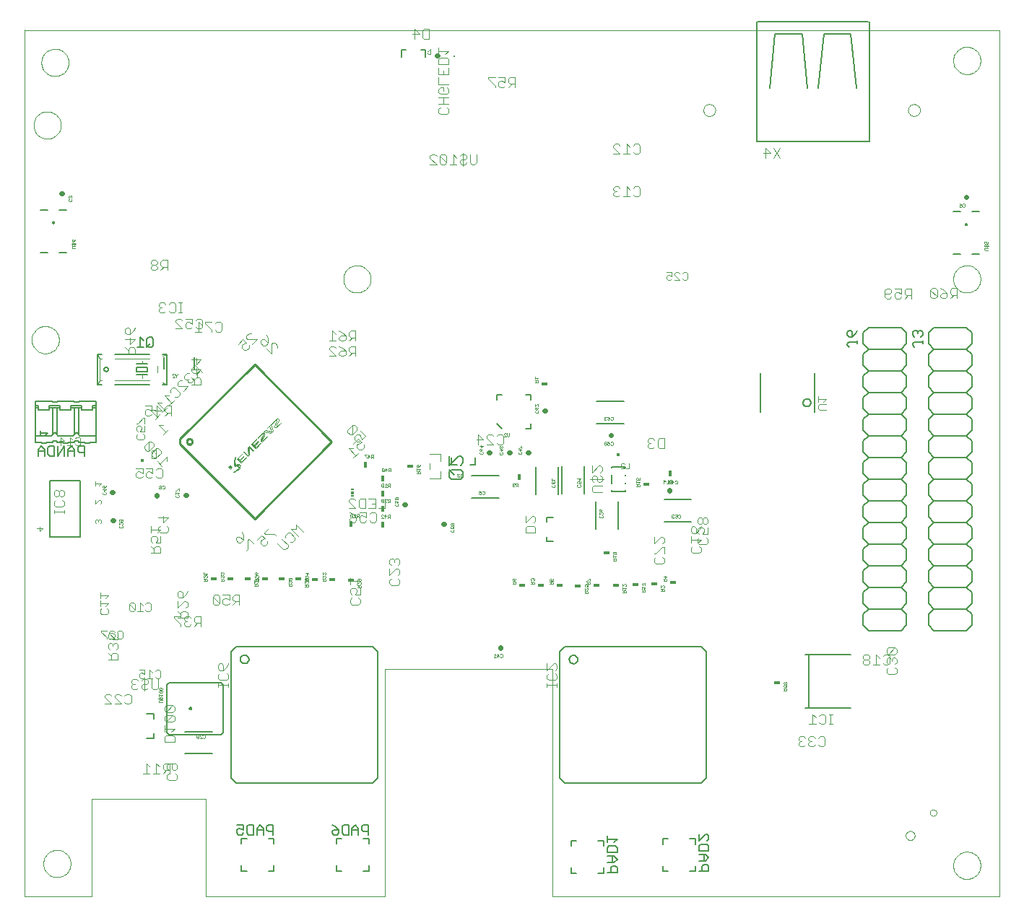
<source format=gbo>
G75*
G70*
%OFA0B0*%
%FSLAX24Y24*%
%IPPOS*%
%LPD*%
%AMOC8*
5,1,8,0,0,1.08239X$1,22.5*
%
%ADD10C,0.0008*%
%ADD11C,0.0000*%
%ADD12C,0.0060*%
%ADD13C,0.0050*%
%ADD14C,0.0040*%
%ADD15C,0.0030*%
%ADD16C,0.0080*%
%ADD17C,0.0010*%
%ADD18R,0.0300X0.0180*%
%ADD19C,0.0220*%
%ADD20C,0.0098*%
%ADD21C,0.0004*%
%ADD22C,0.0010*%
%ADD23R,0.0118X0.0118*%
%ADD24R,0.0059X0.0020*%
%ADD25R,0.0079X0.0020*%
%ADD26R,0.0098X0.0020*%
%ADD27R,0.0039X0.0020*%
%ADD28R,0.0020X0.0020*%
%ADD29R,0.0079X0.0138*%
%ADD30R,0.0236X0.0039*%
%ADD31R,0.0276X0.0020*%
%ADD32R,0.0295X0.0020*%
%ADD33R,0.0039X0.0276*%
%ADD34R,0.0098X0.0039*%
%ADD35R,0.0020X0.0059*%
%ADD36R,0.0020X0.0079*%
%ADD37R,0.0118X0.0039*%
%ADD38R,0.0039X0.0256*%
%ADD39R,0.0079X0.0177*%
%ADD40R,0.0059X0.0039*%
%ADD41R,0.0315X0.0020*%
%ADD42R,0.0256X0.0039*%
%ADD43R,0.0118X0.0020*%
%ADD44R,0.0138X0.0020*%
%ADD45C,0.0020*%
%ADD46R,0.0118X0.0157*%
%ADD47R,0.0118X0.0059*%
%ADD48R,0.0118X0.0118*%
%ADD49R,0.0180X0.0300*%
%ADD50R,0.0157X0.0118*%
%ADD51C,0.0070*%
%ADD52R,0.0098X0.0098*%
D10*
X000180Y000805D02*
X000180Y040805D01*
X029550Y040805D01*
X045180Y040805D01*
X045180Y040305D01*
X045172Y040675D02*
X045172Y000805D01*
X031912Y000805D01*
X031834Y000805D01*
X031519Y000805D01*
X024566Y000805D01*
X024566Y011305D01*
X016803Y011305D01*
X016803Y000805D01*
X009786Y000805D01*
X009708Y000805D01*
X008546Y000805D01*
X008546Y005305D01*
X003269Y005305D01*
X003269Y000805D01*
X000180Y000805D01*
X000180Y040805D02*
X000180Y040833D01*
D11*
X000962Y039305D02*
X000964Y039355D01*
X000970Y039405D01*
X000980Y039454D01*
X000994Y039502D01*
X001011Y039549D01*
X001032Y039594D01*
X001057Y039638D01*
X001085Y039679D01*
X001117Y039718D01*
X001151Y039755D01*
X001188Y039789D01*
X001228Y039819D01*
X001270Y039846D01*
X001314Y039870D01*
X001360Y039891D01*
X001407Y039907D01*
X001455Y039920D01*
X001505Y039929D01*
X001554Y039934D01*
X001605Y039935D01*
X001655Y039932D01*
X001704Y039925D01*
X001753Y039914D01*
X001801Y039899D01*
X001847Y039881D01*
X001892Y039859D01*
X001935Y039833D01*
X001976Y039804D01*
X002015Y039772D01*
X002051Y039737D01*
X002083Y039699D01*
X002113Y039659D01*
X002140Y039616D01*
X002163Y039572D01*
X002182Y039526D01*
X002198Y039478D01*
X002210Y039429D01*
X002218Y039380D01*
X002222Y039330D01*
X002222Y039280D01*
X002218Y039230D01*
X002210Y039181D01*
X002198Y039132D01*
X002182Y039084D01*
X002163Y039038D01*
X002140Y038994D01*
X002113Y038951D01*
X002083Y038911D01*
X002051Y038873D01*
X002015Y038838D01*
X001976Y038806D01*
X001935Y038777D01*
X001892Y038751D01*
X001847Y038729D01*
X001801Y038711D01*
X001753Y038696D01*
X001704Y038685D01*
X001655Y038678D01*
X001605Y038675D01*
X001554Y038676D01*
X001505Y038681D01*
X001455Y038690D01*
X001407Y038703D01*
X001360Y038719D01*
X001314Y038740D01*
X001270Y038764D01*
X001228Y038791D01*
X001188Y038821D01*
X001151Y038855D01*
X001117Y038892D01*
X001085Y038931D01*
X001057Y038972D01*
X001032Y039016D01*
X001011Y039061D01*
X000994Y039108D01*
X000980Y039156D01*
X000970Y039205D01*
X000964Y039255D01*
X000962Y039305D01*
X000602Y036410D02*
X000604Y036460D01*
X000610Y036510D01*
X000620Y036559D01*
X000634Y036607D01*
X000651Y036654D01*
X000672Y036699D01*
X000697Y036743D01*
X000725Y036784D01*
X000757Y036823D01*
X000791Y036860D01*
X000828Y036894D01*
X000868Y036924D01*
X000910Y036951D01*
X000954Y036975D01*
X001000Y036996D01*
X001047Y037012D01*
X001095Y037025D01*
X001145Y037034D01*
X001194Y037039D01*
X001245Y037040D01*
X001295Y037037D01*
X001344Y037030D01*
X001393Y037019D01*
X001441Y037004D01*
X001487Y036986D01*
X001532Y036964D01*
X001575Y036938D01*
X001616Y036909D01*
X001655Y036877D01*
X001691Y036842D01*
X001723Y036804D01*
X001753Y036764D01*
X001780Y036721D01*
X001803Y036677D01*
X001822Y036631D01*
X001838Y036583D01*
X001850Y036534D01*
X001858Y036485D01*
X001862Y036435D01*
X001862Y036385D01*
X001858Y036335D01*
X001850Y036286D01*
X001838Y036237D01*
X001822Y036189D01*
X001803Y036143D01*
X001780Y036099D01*
X001753Y036056D01*
X001723Y036016D01*
X001691Y035978D01*
X001655Y035943D01*
X001616Y035911D01*
X001575Y035882D01*
X001532Y035856D01*
X001487Y035834D01*
X001441Y035816D01*
X001393Y035801D01*
X001344Y035790D01*
X001295Y035783D01*
X001245Y035780D01*
X001194Y035781D01*
X001145Y035786D01*
X001095Y035795D01*
X001047Y035808D01*
X001000Y035824D01*
X000954Y035845D01*
X000910Y035869D01*
X000868Y035896D01*
X000828Y035926D01*
X000791Y035960D01*
X000757Y035997D01*
X000725Y036036D01*
X000697Y036077D01*
X000672Y036121D01*
X000651Y036166D01*
X000634Y036213D01*
X000620Y036261D01*
X000610Y036310D01*
X000604Y036360D01*
X000602Y036410D01*
X000515Y026498D02*
X000517Y026548D01*
X000523Y026598D01*
X000533Y026647D01*
X000547Y026695D01*
X000564Y026742D01*
X000585Y026787D01*
X000610Y026831D01*
X000638Y026872D01*
X000670Y026911D01*
X000704Y026948D01*
X000741Y026982D01*
X000781Y027012D01*
X000823Y027039D01*
X000867Y027063D01*
X000913Y027084D01*
X000960Y027100D01*
X001008Y027113D01*
X001058Y027122D01*
X001107Y027127D01*
X001158Y027128D01*
X001208Y027125D01*
X001257Y027118D01*
X001306Y027107D01*
X001354Y027092D01*
X001400Y027074D01*
X001445Y027052D01*
X001488Y027026D01*
X001529Y026997D01*
X001568Y026965D01*
X001604Y026930D01*
X001636Y026892D01*
X001666Y026852D01*
X001693Y026809D01*
X001716Y026765D01*
X001735Y026719D01*
X001751Y026671D01*
X001763Y026622D01*
X001771Y026573D01*
X001775Y026523D01*
X001775Y026473D01*
X001771Y026423D01*
X001763Y026374D01*
X001751Y026325D01*
X001735Y026277D01*
X001716Y026231D01*
X001693Y026187D01*
X001666Y026144D01*
X001636Y026104D01*
X001604Y026066D01*
X001568Y026031D01*
X001529Y025999D01*
X001488Y025970D01*
X001445Y025944D01*
X001400Y025922D01*
X001354Y025904D01*
X001306Y025889D01*
X001257Y025878D01*
X001208Y025871D01*
X001158Y025868D01*
X001107Y025869D01*
X001058Y025874D01*
X001008Y025883D01*
X000960Y025896D01*
X000913Y025912D01*
X000867Y025933D01*
X000823Y025957D01*
X000781Y025984D01*
X000741Y026014D01*
X000704Y026048D01*
X000670Y026085D01*
X000638Y026124D01*
X000610Y026165D01*
X000585Y026209D01*
X000564Y026254D01*
X000547Y026301D01*
X000533Y026349D01*
X000523Y026398D01*
X000517Y026448D01*
X000515Y026498D01*
X014901Y029305D02*
X014903Y029355D01*
X014909Y029405D01*
X014919Y029454D01*
X014933Y029502D01*
X014950Y029549D01*
X014971Y029594D01*
X014996Y029638D01*
X015024Y029679D01*
X015056Y029718D01*
X015090Y029755D01*
X015127Y029789D01*
X015167Y029819D01*
X015209Y029846D01*
X015253Y029870D01*
X015299Y029891D01*
X015346Y029907D01*
X015394Y029920D01*
X015444Y029929D01*
X015493Y029934D01*
X015544Y029935D01*
X015594Y029932D01*
X015643Y029925D01*
X015692Y029914D01*
X015740Y029899D01*
X015786Y029881D01*
X015831Y029859D01*
X015874Y029833D01*
X015915Y029804D01*
X015954Y029772D01*
X015990Y029737D01*
X016022Y029699D01*
X016052Y029659D01*
X016079Y029616D01*
X016102Y029572D01*
X016121Y029526D01*
X016137Y029478D01*
X016149Y029429D01*
X016157Y029380D01*
X016161Y029330D01*
X016161Y029280D01*
X016157Y029230D01*
X016149Y029181D01*
X016137Y029132D01*
X016121Y029084D01*
X016102Y029038D01*
X016079Y028994D01*
X016052Y028951D01*
X016022Y028911D01*
X015990Y028873D01*
X015954Y028838D01*
X015915Y028806D01*
X015874Y028777D01*
X015831Y028751D01*
X015786Y028729D01*
X015740Y028711D01*
X015692Y028696D01*
X015643Y028685D01*
X015594Y028678D01*
X015544Y028675D01*
X015493Y028676D01*
X015444Y028681D01*
X015394Y028690D01*
X015346Y028703D01*
X015299Y028719D01*
X015253Y028740D01*
X015209Y028764D01*
X015167Y028791D01*
X015127Y028821D01*
X015090Y028855D01*
X015056Y028892D01*
X015024Y028931D01*
X014996Y028972D01*
X014971Y029016D01*
X014950Y029061D01*
X014933Y029108D01*
X014919Y029156D01*
X014909Y029205D01*
X014903Y029255D01*
X014901Y029305D01*
X031518Y037104D02*
X031520Y037137D01*
X031526Y037169D01*
X031535Y037200D01*
X031548Y037230D01*
X031565Y037258D01*
X031585Y037284D01*
X031608Y037308D01*
X031633Y037328D01*
X031661Y037346D01*
X031690Y037360D01*
X031721Y037370D01*
X031753Y037377D01*
X031786Y037380D01*
X031819Y037379D01*
X031851Y037374D01*
X031882Y037365D01*
X031913Y037353D01*
X031941Y037337D01*
X031968Y037318D01*
X031992Y037296D01*
X032013Y037271D01*
X032032Y037244D01*
X032047Y037215D01*
X032058Y037185D01*
X032066Y037153D01*
X032070Y037120D01*
X032070Y037088D01*
X032066Y037055D01*
X032058Y037023D01*
X032047Y036993D01*
X032032Y036964D01*
X032013Y036937D01*
X031992Y036912D01*
X031968Y036890D01*
X031941Y036871D01*
X031913Y036855D01*
X031882Y036843D01*
X031851Y036834D01*
X031819Y036829D01*
X031786Y036828D01*
X031753Y036831D01*
X031721Y036838D01*
X031690Y036848D01*
X031661Y036862D01*
X031633Y036880D01*
X031608Y036900D01*
X031585Y036924D01*
X031565Y036950D01*
X031548Y036978D01*
X031535Y037008D01*
X031526Y037039D01*
X031520Y037071D01*
X031518Y037104D01*
X040967Y037104D02*
X040969Y037137D01*
X040975Y037169D01*
X040984Y037200D01*
X040997Y037230D01*
X041014Y037258D01*
X041034Y037284D01*
X041057Y037308D01*
X041082Y037328D01*
X041110Y037346D01*
X041139Y037360D01*
X041170Y037370D01*
X041202Y037377D01*
X041235Y037380D01*
X041268Y037379D01*
X041300Y037374D01*
X041331Y037365D01*
X041362Y037353D01*
X041390Y037337D01*
X041417Y037318D01*
X041441Y037296D01*
X041462Y037271D01*
X041481Y037244D01*
X041496Y037215D01*
X041507Y037185D01*
X041515Y037153D01*
X041519Y037120D01*
X041519Y037088D01*
X041515Y037055D01*
X041507Y037023D01*
X041496Y036993D01*
X041481Y036964D01*
X041462Y036937D01*
X041441Y036912D01*
X041417Y036890D01*
X041390Y036871D01*
X041362Y036855D01*
X041331Y036843D01*
X041300Y036834D01*
X041268Y036829D01*
X041235Y036828D01*
X041202Y036831D01*
X041170Y036838D01*
X041139Y036848D01*
X041110Y036862D01*
X041082Y036880D01*
X041057Y036900D01*
X041034Y036924D01*
X041014Y036950D01*
X040997Y036978D01*
X040984Y037008D01*
X040975Y037039D01*
X040969Y037071D01*
X040967Y037104D01*
X043050Y039393D02*
X043052Y039443D01*
X043058Y039493D01*
X043068Y039542D01*
X043082Y039590D01*
X043099Y039637D01*
X043120Y039682D01*
X043145Y039726D01*
X043173Y039767D01*
X043205Y039806D01*
X043239Y039843D01*
X043276Y039877D01*
X043316Y039907D01*
X043358Y039934D01*
X043402Y039958D01*
X043448Y039979D01*
X043495Y039995D01*
X043543Y040008D01*
X043593Y040017D01*
X043642Y040022D01*
X043693Y040023D01*
X043743Y040020D01*
X043792Y040013D01*
X043841Y040002D01*
X043889Y039987D01*
X043935Y039969D01*
X043980Y039947D01*
X044023Y039921D01*
X044064Y039892D01*
X044103Y039860D01*
X044139Y039825D01*
X044171Y039787D01*
X044201Y039747D01*
X044228Y039704D01*
X044251Y039660D01*
X044270Y039614D01*
X044286Y039566D01*
X044298Y039517D01*
X044306Y039468D01*
X044310Y039418D01*
X044310Y039368D01*
X044306Y039318D01*
X044298Y039269D01*
X044286Y039220D01*
X044270Y039172D01*
X044251Y039126D01*
X044228Y039082D01*
X044201Y039039D01*
X044171Y038999D01*
X044139Y038961D01*
X044103Y038926D01*
X044064Y038894D01*
X044023Y038865D01*
X043980Y038839D01*
X043935Y038817D01*
X043889Y038799D01*
X043841Y038784D01*
X043792Y038773D01*
X043743Y038766D01*
X043693Y038763D01*
X043642Y038764D01*
X043593Y038769D01*
X043543Y038778D01*
X043495Y038791D01*
X043448Y038807D01*
X043402Y038828D01*
X043358Y038852D01*
X043316Y038879D01*
X043276Y038909D01*
X043239Y038943D01*
X043205Y038980D01*
X043173Y039019D01*
X043145Y039060D01*
X043120Y039104D01*
X043099Y039149D01*
X043082Y039196D01*
X043068Y039244D01*
X043058Y039293D01*
X043052Y039343D01*
X043050Y039393D01*
X043050Y029305D02*
X043052Y029355D01*
X043058Y029405D01*
X043068Y029454D01*
X043082Y029502D01*
X043099Y029549D01*
X043120Y029594D01*
X043145Y029638D01*
X043173Y029679D01*
X043205Y029718D01*
X043239Y029755D01*
X043276Y029789D01*
X043316Y029819D01*
X043358Y029846D01*
X043402Y029870D01*
X043448Y029891D01*
X043495Y029907D01*
X043543Y029920D01*
X043593Y029929D01*
X043642Y029934D01*
X043693Y029935D01*
X043743Y029932D01*
X043792Y029925D01*
X043841Y029914D01*
X043889Y029899D01*
X043935Y029881D01*
X043980Y029859D01*
X044023Y029833D01*
X044064Y029804D01*
X044103Y029772D01*
X044139Y029737D01*
X044171Y029699D01*
X044201Y029659D01*
X044228Y029616D01*
X044251Y029572D01*
X044270Y029526D01*
X044286Y029478D01*
X044298Y029429D01*
X044306Y029380D01*
X044310Y029330D01*
X044310Y029280D01*
X044306Y029230D01*
X044298Y029181D01*
X044286Y029132D01*
X044270Y029084D01*
X044251Y029038D01*
X044228Y028994D01*
X044201Y028951D01*
X044171Y028911D01*
X044139Y028873D01*
X044103Y028838D01*
X044064Y028806D01*
X044023Y028777D01*
X043980Y028751D01*
X043935Y028729D01*
X043889Y028711D01*
X043841Y028696D01*
X043792Y028685D01*
X043743Y028678D01*
X043693Y028675D01*
X043642Y028676D01*
X043593Y028681D01*
X043543Y028690D01*
X043495Y028703D01*
X043448Y028719D01*
X043402Y028740D01*
X043358Y028764D01*
X043316Y028791D01*
X043276Y028821D01*
X043239Y028855D01*
X043205Y028892D01*
X043173Y028931D01*
X043145Y028972D01*
X043120Y029016D01*
X043099Y029061D01*
X043082Y029108D01*
X043068Y029156D01*
X043058Y029205D01*
X043052Y029255D01*
X043050Y029305D01*
X041977Y004654D02*
X041979Y004678D01*
X041985Y004701D01*
X041994Y004723D01*
X042007Y004743D01*
X042022Y004761D01*
X042041Y004776D01*
X042062Y004788D01*
X042084Y004796D01*
X042107Y004801D01*
X042131Y004802D01*
X042155Y004799D01*
X042177Y004792D01*
X042199Y004782D01*
X042219Y004769D01*
X042236Y004752D01*
X042250Y004733D01*
X042261Y004712D01*
X042269Y004689D01*
X042273Y004666D01*
X042273Y004642D01*
X042269Y004619D01*
X042261Y004596D01*
X042250Y004575D01*
X042236Y004556D01*
X042219Y004539D01*
X042199Y004526D01*
X042177Y004516D01*
X042155Y004509D01*
X042131Y004506D01*
X042107Y004507D01*
X042084Y004512D01*
X042062Y004520D01*
X042041Y004532D01*
X042022Y004547D01*
X042007Y004565D01*
X041994Y004585D01*
X041985Y004607D01*
X041979Y004630D01*
X041977Y004654D01*
X040858Y003602D02*
X040860Y003630D01*
X040866Y003658D01*
X040875Y003684D01*
X040888Y003710D01*
X040904Y003733D01*
X040924Y003753D01*
X040946Y003771D01*
X040970Y003786D01*
X040996Y003797D01*
X041023Y003805D01*
X041051Y003809D01*
X041079Y003809D01*
X041107Y003805D01*
X041134Y003797D01*
X041160Y003786D01*
X041184Y003771D01*
X041206Y003753D01*
X041226Y003733D01*
X041242Y003710D01*
X041255Y003684D01*
X041264Y003658D01*
X041270Y003630D01*
X041272Y003602D01*
X041270Y003574D01*
X041264Y003546D01*
X041255Y003520D01*
X041242Y003494D01*
X041226Y003471D01*
X041206Y003451D01*
X041184Y003433D01*
X041160Y003418D01*
X041134Y003407D01*
X041107Y003399D01*
X041079Y003395D01*
X041051Y003395D01*
X041023Y003399D01*
X040996Y003407D01*
X040970Y003418D01*
X040946Y003433D01*
X040924Y003451D01*
X040904Y003471D01*
X040888Y003494D01*
X040875Y003520D01*
X040866Y003546D01*
X040860Y003574D01*
X040858Y003602D01*
X043050Y002217D02*
X043052Y002267D01*
X043058Y002317D01*
X043068Y002366D01*
X043082Y002414D01*
X043099Y002461D01*
X043120Y002506D01*
X043145Y002550D01*
X043173Y002591D01*
X043205Y002630D01*
X043239Y002667D01*
X043276Y002701D01*
X043316Y002731D01*
X043358Y002758D01*
X043402Y002782D01*
X043448Y002803D01*
X043495Y002819D01*
X043543Y002832D01*
X043593Y002841D01*
X043642Y002846D01*
X043693Y002847D01*
X043743Y002844D01*
X043792Y002837D01*
X043841Y002826D01*
X043889Y002811D01*
X043935Y002793D01*
X043980Y002771D01*
X044023Y002745D01*
X044064Y002716D01*
X044103Y002684D01*
X044139Y002649D01*
X044171Y002611D01*
X044201Y002571D01*
X044228Y002528D01*
X044251Y002484D01*
X044270Y002438D01*
X044286Y002390D01*
X044298Y002341D01*
X044306Y002292D01*
X044310Y002242D01*
X044310Y002192D01*
X044306Y002142D01*
X044298Y002093D01*
X044286Y002044D01*
X044270Y001996D01*
X044251Y001950D01*
X044228Y001906D01*
X044201Y001863D01*
X044171Y001823D01*
X044139Y001785D01*
X044103Y001750D01*
X044064Y001718D01*
X044023Y001689D01*
X043980Y001663D01*
X043935Y001641D01*
X043889Y001623D01*
X043841Y001608D01*
X043792Y001597D01*
X043743Y001590D01*
X043693Y001587D01*
X043642Y001588D01*
X043593Y001593D01*
X043543Y001602D01*
X043495Y001615D01*
X043448Y001631D01*
X043402Y001652D01*
X043358Y001676D01*
X043316Y001703D01*
X043276Y001733D01*
X043239Y001767D01*
X043205Y001804D01*
X043173Y001843D01*
X043145Y001884D01*
X043120Y001928D01*
X043099Y001973D01*
X043082Y002020D01*
X043068Y002068D01*
X043058Y002117D01*
X043052Y002167D01*
X043050Y002217D01*
X001050Y002305D02*
X001052Y002355D01*
X001058Y002405D01*
X001068Y002454D01*
X001082Y002502D01*
X001099Y002549D01*
X001120Y002594D01*
X001145Y002638D01*
X001173Y002679D01*
X001205Y002718D01*
X001239Y002755D01*
X001276Y002789D01*
X001316Y002819D01*
X001358Y002846D01*
X001402Y002870D01*
X001448Y002891D01*
X001495Y002907D01*
X001543Y002920D01*
X001593Y002929D01*
X001642Y002934D01*
X001693Y002935D01*
X001743Y002932D01*
X001792Y002925D01*
X001841Y002914D01*
X001889Y002899D01*
X001935Y002881D01*
X001980Y002859D01*
X002023Y002833D01*
X002064Y002804D01*
X002103Y002772D01*
X002139Y002737D01*
X002171Y002699D01*
X002201Y002659D01*
X002228Y002616D01*
X002251Y002572D01*
X002270Y002526D01*
X002286Y002478D01*
X002298Y002429D01*
X002306Y002380D01*
X002310Y002330D01*
X002310Y002280D01*
X002306Y002230D01*
X002298Y002181D01*
X002286Y002132D01*
X002270Y002084D01*
X002251Y002038D01*
X002228Y001994D01*
X002201Y001951D01*
X002171Y001911D01*
X002139Y001873D01*
X002103Y001838D01*
X002064Y001806D01*
X002023Y001777D01*
X001980Y001751D01*
X001935Y001729D01*
X001889Y001711D01*
X001841Y001696D01*
X001792Y001685D01*
X001743Y001678D01*
X001693Y001675D01*
X001642Y001676D01*
X001593Y001681D01*
X001543Y001690D01*
X001495Y001703D01*
X001448Y001719D01*
X001402Y001740D01*
X001358Y001764D01*
X001316Y001791D01*
X001276Y001821D01*
X001239Y001855D01*
X001205Y001892D01*
X001173Y001931D01*
X001145Y001972D01*
X001120Y002016D01*
X001099Y002061D01*
X001082Y002108D01*
X001068Y002156D01*
X001058Y002205D01*
X001052Y002255D01*
X001050Y002305D01*
D12*
X005816Y008094D02*
X006136Y008094D01*
X006136Y008314D01*
X006136Y008994D02*
X006136Y009214D01*
X005816Y009214D01*
X010189Y003458D02*
X010189Y003208D01*
X010189Y003458D02*
X010439Y003458D01*
X011439Y003458D02*
X011689Y003458D01*
X011689Y003208D01*
X011689Y002208D02*
X011689Y001958D01*
X011439Y001958D01*
X010439Y001958D02*
X010189Y001958D01*
X010189Y002208D01*
X014583Y002208D02*
X014583Y001958D01*
X014833Y001958D01*
X015833Y001958D02*
X016083Y001958D01*
X016083Y002208D01*
X016083Y003208D02*
X016083Y003458D01*
X015833Y003458D01*
X014833Y003458D02*
X014583Y003458D01*
X014583Y003208D01*
X025409Y003119D02*
X025409Y003369D01*
X025659Y003369D01*
X026659Y003369D02*
X026909Y003369D01*
X026909Y003119D01*
X026909Y002119D02*
X026909Y001869D01*
X026659Y001869D01*
X025659Y001869D02*
X025409Y001869D01*
X025409Y002119D01*
X029634Y002197D02*
X029634Y001947D01*
X029884Y001947D01*
X030884Y001947D02*
X031134Y001947D01*
X031134Y002197D01*
X031134Y003197D02*
X031134Y003447D01*
X030884Y003447D01*
X029884Y003447D02*
X029634Y003447D01*
X029634Y003197D01*
X039141Y013068D02*
X040641Y013068D01*
X040891Y013318D01*
X040891Y013818D01*
X040641Y014068D01*
X039141Y014068D01*
X038891Y013818D01*
X038891Y013318D01*
X039141Y013068D01*
X039141Y014068D02*
X038891Y014318D01*
X038891Y014818D01*
X039141Y015068D01*
X040641Y015068D01*
X040891Y015318D01*
X040891Y015818D01*
X040641Y016068D01*
X039141Y016068D01*
X038891Y015818D01*
X038891Y015318D01*
X039141Y015068D01*
X039141Y016068D02*
X038891Y016318D01*
X038891Y016818D01*
X039141Y017068D01*
X040641Y017068D01*
X040891Y017318D01*
X040891Y017818D01*
X040641Y018068D01*
X039141Y018068D01*
X038891Y017818D01*
X038891Y017318D01*
X039141Y017068D01*
X039141Y018068D02*
X038891Y018318D01*
X038891Y018818D01*
X039141Y019068D01*
X040641Y019068D01*
X040891Y019318D01*
X040891Y019818D01*
X040641Y020068D01*
X039141Y020068D01*
X038891Y019818D01*
X038891Y019318D01*
X039141Y019068D01*
X039141Y020068D02*
X038891Y020318D01*
X038891Y020818D01*
X039141Y021068D01*
X040641Y021068D01*
X040891Y020818D01*
X040891Y020318D01*
X040641Y020068D01*
X040641Y019068D02*
X040891Y018818D01*
X040891Y018318D01*
X040641Y018068D01*
X040641Y017068D02*
X040891Y016818D01*
X040891Y016318D01*
X040641Y016068D01*
X040641Y015068D02*
X040891Y014818D01*
X040891Y014318D01*
X040641Y014068D01*
X041917Y013818D02*
X041917Y013318D01*
X042167Y013068D01*
X043667Y013068D01*
X043917Y013318D01*
X043917Y013818D01*
X043667Y014068D01*
X042167Y014068D01*
X041917Y013818D01*
X042167Y014068D02*
X041917Y014318D01*
X041917Y014818D01*
X042167Y015068D01*
X043667Y015068D01*
X043917Y015318D01*
X043917Y015818D01*
X043667Y016068D01*
X042167Y016068D01*
X041917Y015818D01*
X041917Y015318D01*
X042167Y015068D01*
X042167Y016068D02*
X041917Y016318D01*
X041917Y016818D01*
X042167Y017068D01*
X043667Y017068D01*
X043917Y017318D01*
X043917Y017818D01*
X043667Y018068D01*
X042167Y018068D01*
X041917Y017818D01*
X041917Y017318D01*
X042167Y017068D01*
X042167Y018068D02*
X041917Y018318D01*
X041917Y018818D01*
X042167Y019068D01*
X043667Y019068D01*
X043917Y019318D01*
X043917Y019818D01*
X043667Y020068D01*
X042167Y020068D01*
X041917Y019818D01*
X041917Y019318D01*
X042167Y019068D01*
X042167Y020068D02*
X041917Y020318D01*
X041917Y020818D01*
X042167Y021068D01*
X043667Y021068D01*
X043917Y020818D01*
X043917Y020318D01*
X043667Y020068D01*
X043667Y019068D02*
X043917Y018818D01*
X043917Y018318D01*
X043667Y018068D01*
X043667Y017068D02*
X043917Y016818D01*
X043917Y016318D01*
X043667Y016068D01*
X043667Y015068D02*
X043917Y014818D01*
X043917Y014318D01*
X043667Y014068D01*
X043667Y021068D02*
X043917Y021318D01*
X043917Y021818D01*
X043667Y022068D01*
X042167Y022068D01*
X041917Y021818D01*
X041917Y021318D01*
X042167Y021068D01*
X042167Y022068D02*
X041917Y022318D01*
X041917Y022818D01*
X042167Y023068D01*
X043667Y023068D01*
X043917Y022818D01*
X043917Y022318D01*
X043667Y022068D01*
X043667Y023068D02*
X043917Y023318D01*
X043917Y023818D01*
X043667Y024068D01*
X042167Y024068D01*
X041917Y023818D01*
X041917Y023318D01*
X042167Y023068D01*
X040891Y022818D02*
X040891Y022318D01*
X040641Y022068D01*
X039141Y022068D01*
X038891Y021818D01*
X038891Y021318D01*
X039141Y021068D01*
X039141Y022068D02*
X038891Y022318D01*
X038891Y022818D01*
X039141Y023068D01*
X040641Y023068D01*
X040891Y022818D01*
X040641Y023068D02*
X040891Y023318D01*
X040891Y023818D01*
X040641Y024068D01*
X039141Y024068D01*
X038891Y023818D01*
X038891Y023318D01*
X039141Y023068D01*
X039141Y024068D02*
X038891Y024318D01*
X038891Y024818D01*
X039141Y025068D01*
X040641Y025068D01*
X040891Y024818D01*
X040891Y024318D01*
X040641Y024068D01*
X040641Y025068D02*
X040891Y025318D01*
X040891Y025818D01*
X040641Y026068D01*
X039141Y026068D01*
X038891Y025818D01*
X038891Y025318D01*
X039141Y025068D01*
X039141Y026068D02*
X038891Y026318D01*
X038891Y026818D01*
X039141Y027068D01*
X040641Y027068D01*
X040891Y026818D01*
X040891Y026318D01*
X040641Y026068D01*
X041917Y025818D02*
X041917Y025318D01*
X042167Y025068D01*
X043667Y025068D01*
X043917Y024818D01*
X043917Y024318D01*
X043667Y024068D01*
X043667Y025068D02*
X043917Y025318D01*
X043917Y025818D01*
X043667Y026068D01*
X042167Y026068D01*
X041917Y025818D01*
X042167Y026068D02*
X041917Y026318D01*
X041917Y026818D01*
X042167Y027068D01*
X043667Y027068D01*
X043917Y026818D01*
X043917Y026318D01*
X043667Y026068D01*
X042167Y025068D02*
X041917Y024818D01*
X041917Y024318D01*
X042167Y024068D01*
X040641Y022068D02*
X040891Y021818D01*
X040891Y021318D01*
X040641Y021068D01*
X036647Y023170D02*
X036647Y024967D01*
X036117Y023589D02*
X036119Y023615D01*
X036125Y023641D01*
X036134Y023665D01*
X036147Y023688D01*
X036163Y023709D01*
X036182Y023727D01*
X036203Y023743D01*
X036227Y023755D01*
X036251Y023763D01*
X036277Y023768D01*
X036304Y023769D01*
X036330Y023766D01*
X036355Y023759D01*
X036379Y023749D01*
X036402Y023735D01*
X036422Y023719D01*
X036439Y023699D01*
X036454Y023677D01*
X036465Y023653D01*
X036473Y023628D01*
X036477Y023602D01*
X036477Y023576D01*
X036473Y023550D01*
X036465Y023525D01*
X036454Y023501D01*
X036439Y023479D01*
X036422Y023459D01*
X036402Y023443D01*
X036379Y023429D01*
X036355Y023419D01*
X036330Y023412D01*
X036304Y023409D01*
X036277Y023410D01*
X036251Y023415D01*
X036227Y023423D01*
X036203Y023435D01*
X036182Y023451D01*
X036163Y023469D01*
X036147Y023490D01*
X036134Y023513D01*
X036125Y023537D01*
X036119Y023563D01*
X036117Y023589D01*
X034155Y023170D02*
X034155Y024967D01*
X027926Y020624D02*
X027926Y020587D01*
X027926Y020624D02*
X027288Y020624D01*
X027288Y020587D01*
X027288Y020270D02*
X027288Y019859D01*
X027288Y019541D02*
X027288Y019504D01*
X027926Y019504D01*
X027926Y019541D01*
X027926Y019859D02*
X027926Y019896D01*
X027926Y020233D02*
X027926Y020270D01*
X024597Y018298D02*
X024277Y018298D01*
X024277Y018078D01*
X024277Y017398D02*
X024277Y017178D01*
X024597Y017178D01*
X020428Y020168D02*
X020321Y020061D01*
X019894Y020061D01*
X019787Y020168D01*
X019787Y020381D01*
X019894Y020488D01*
X020321Y020488D01*
X020428Y020381D01*
X020428Y020168D01*
X020001Y020274D02*
X019787Y020488D01*
X019787Y020705D02*
X020214Y021133D01*
X020321Y021133D01*
X020428Y021026D01*
X020428Y020812D01*
X020321Y020705D01*
X019787Y020705D02*
X019787Y021133D01*
X006754Y024436D02*
X006554Y024436D01*
X006754Y024436D02*
X006754Y025836D01*
X006554Y025836D01*
X005954Y025836D02*
X004354Y025836D01*
X003754Y025836D02*
X003554Y025836D01*
X003554Y024436D01*
X003754Y024436D01*
X004354Y024436D02*
X005954Y024436D01*
X005854Y024886D02*
X005604Y024886D01*
X005354Y024886D01*
X005354Y025036D02*
X005354Y025236D01*
X005854Y025236D01*
X005854Y025036D01*
X005354Y025036D01*
X005354Y025386D02*
X005604Y025386D01*
X005854Y025386D01*
X003854Y025136D02*
X003856Y025156D01*
X003862Y025174D01*
X003871Y025192D01*
X003883Y025207D01*
X003898Y025219D01*
X003916Y025228D01*
X003934Y025234D01*
X003954Y025236D01*
X003974Y025234D01*
X003992Y025228D01*
X004010Y025219D01*
X004025Y025207D01*
X004037Y025192D01*
X004046Y025174D01*
X004052Y025156D01*
X004054Y025136D01*
X004052Y025116D01*
X004046Y025098D01*
X004037Y025080D01*
X004025Y025065D01*
X004010Y025053D01*
X003992Y025044D01*
X003974Y025038D01*
X003954Y025036D01*
X003934Y025038D01*
X003916Y025044D01*
X003898Y025053D01*
X003883Y025065D01*
X003871Y025080D01*
X003862Y025098D01*
X003856Y025116D01*
X003854Y025136D01*
X003470Y023674D02*
X002670Y023674D01*
X002670Y023624D01*
X002470Y023624D01*
X002470Y023674D01*
X001670Y023674D01*
X001670Y023624D01*
X001470Y023624D01*
X001470Y023674D01*
X000670Y023674D01*
X000670Y023474D01*
X000670Y023374D01*
X000820Y023374D01*
X000820Y023274D01*
X001320Y023274D01*
X001320Y023374D01*
X001470Y023374D01*
X001470Y022124D01*
X001570Y022224D01*
X001670Y022124D01*
X001670Y023374D01*
X001820Y023374D01*
X001820Y023274D01*
X002320Y023274D01*
X002320Y023374D01*
X002470Y023374D01*
X002470Y022124D01*
X002570Y022224D01*
X002670Y022124D01*
X002670Y023374D01*
X002820Y023374D01*
X002820Y023274D01*
X003320Y023274D01*
X003320Y023374D01*
X003470Y023374D01*
X003470Y023474D01*
X003320Y023474D01*
X003320Y023374D01*
X003470Y023374D02*
X003470Y022074D01*
X003470Y021774D01*
X003170Y021774D01*
X003170Y021724D01*
X002970Y021724D01*
X002970Y021774D01*
X002670Y021774D01*
X002670Y021824D01*
X002470Y021824D01*
X002470Y021774D01*
X002170Y021774D01*
X002170Y021724D01*
X001970Y021724D01*
X001970Y021774D01*
X001670Y021774D01*
X001670Y021824D01*
X001470Y021824D01*
X001470Y021774D01*
X001170Y021774D01*
X001170Y021724D01*
X000970Y021724D01*
X000970Y021774D01*
X000670Y021774D01*
X000670Y022074D01*
X001420Y022074D01*
X001470Y022124D01*
X001670Y022124D02*
X001720Y022074D01*
X002420Y022074D01*
X002470Y022124D01*
X002670Y022124D02*
X002720Y022074D01*
X003470Y022074D01*
X003470Y023474D02*
X003470Y023674D01*
X002820Y023474D02*
X002320Y023474D01*
X002320Y023374D01*
X002470Y023374D02*
X002670Y023374D01*
X002820Y023374D02*
X002820Y023474D01*
X001820Y023474D02*
X001320Y023474D01*
X001320Y023374D01*
X001470Y023374D02*
X001670Y023374D01*
X001820Y023374D02*
X001820Y023474D01*
X000820Y023474D02*
X000820Y023374D01*
X000820Y023474D02*
X000670Y023474D01*
X000670Y023374D02*
X000670Y022074D01*
X017573Y039564D02*
X017573Y039884D01*
X017793Y039884D01*
X018473Y039884D02*
X018693Y039884D01*
X018693Y039564D01*
D13*
X006054Y026611D02*
X005904Y026611D01*
X005829Y026536D01*
X005829Y026236D01*
X005904Y026161D01*
X006054Y026161D01*
X006129Y026236D01*
X006129Y026536D01*
X006054Y026611D01*
X005979Y026311D02*
X005829Y026161D01*
X005669Y026161D02*
X005369Y026161D01*
X005519Y026161D02*
X005519Y026611D01*
X005669Y026461D01*
X001245Y022183D02*
X000905Y022183D01*
X000905Y022296D02*
X000905Y022069D01*
X001132Y022069D02*
X001245Y022183D01*
X001340Y021589D02*
X001566Y021589D01*
X001566Y021139D01*
X001340Y021139D01*
X001265Y021214D01*
X001265Y021514D01*
X001340Y021589D01*
X001105Y021439D02*
X000955Y021589D01*
X000805Y021439D01*
X000805Y021139D01*
X000805Y021364D02*
X001105Y021364D01*
X001105Y021439D02*
X001105Y021139D01*
X001726Y021139D02*
X001726Y021589D01*
X002026Y021589D02*
X001726Y021139D01*
X002026Y021139D02*
X002026Y021589D01*
X002186Y021439D02*
X002186Y021139D01*
X002186Y021364D02*
X002486Y021364D01*
X002486Y021439D02*
X002336Y021589D01*
X002186Y021439D01*
X002486Y021439D02*
X002486Y021139D01*
X002646Y021364D02*
X002722Y021289D01*
X002947Y021289D01*
X002947Y021139D02*
X002947Y021589D01*
X002722Y021589D01*
X002646Y021514D01*
X002646Y021364D01*
X009947Y012330D02*
X009711Y012094D01*
X009711Y006267D01*
X009947Y006031D01*
X016247Y006031D01*
X016483Y006267D01*
X016483Y012094D01*
X016247Y012330D01*
X009947Y012330D01*
X010144Y011739D02*
X010146Y011766D01*
X010152Y011793D01*
X010161Y011819D01*
X010174Y011843D01*
X010190Y011866D01*
X010209Y011885D01*
X010231Y011902D01*
X010255Y011916D01*
X010280Y011926D01*
X010307Y011933D01*
X010334Y011936D01*
X010362Y011935D01*
X010389Y011930D01*
X010415Y011922D01*
X010439Y011910D01*
X010462Y011894D01*
X010483Y011876D01*
X010500Y011855D01*
X010515Y011831D01*
X010526Y011806D01*
X010534Y011780D01*
X010538Y011753D01*
X010538Y011725D01*
X010534Y011698D01*
X010526Y011672D01*
X010515Y011647D01*
X010500Y011623D01*
X010483Y011602D01*
X010462Y011584D01*
X010440Y011568D01*
X010415Y011556D01*
X010389Y011548D01*
X010362Y011543D01*
X010334Y011542D01*
X010307Y011545D01*
X010280Y011552D01*
X010255Y011562D01*
X010231Y011576D01*
X010209Y011593D01*
X010190Y011612D01*
X010174Y011635D01*
X010161Y011659D01*
X010152Y011685D01*
X010146Y011712D01*
X010144Y011739D01*
X009983Y004083D02*
X010283Y004083D01*
X010283Y003858D01*
X010133Y003933D01*
X010058Y003933D01*
X009983Y003858D01*
X009983Y003708D01*
X010058Y003633D01*
X010208Y003633D01*
X010283Y003708D01*
X010443Y003708D02*
X010443Y004008D01*
X010519Y004083D01*
X010744Y004083D01*
X010744Y003633D01*
X010519Y003633D01*
X010443Y003708D01*
X010904Y003633D02*
X010904Y003933D01*
X011054Y004083D01*
X011204Y003933D01*
X011204Y003633D01*
X011204Y003858D02*
X010904Y003858D01*
X011364Y003858D02*
X011364Y004008D01*
X011439Y004083D01*
X011664Y004083D01*
X011664Y003633D01*
X011664Y003783D02*
X011439Y003783D01*
X011364Y003858D01*
X014377Y003783D02*
X014452Y003858D01*
X014677Y003858D01*
X014677Y003708D01*
X014602Y003633D01*
X014452Y003633D01*
X014377Y003708D01*
X014377Y003783D01*
X014527Y004008D02*
X014377Y004083D01*
X014527Y004008D02*
X014677Y003858D01*
X014837Y003708D02*
X014837Y004008D01*
X014912Y004083D01*
X015137Y004083D01*
X015137Y003633D01*
X014912Y003633D01*
X014837Y003708D01*
X015298Y003633D02*
X015298Y003933D01*
X015448Y004083D01*
X015598Y003933D01*
X015598Y003633D01*
X015598Y003858D02*
X015298Y003858D01*
X015758Y003858D02*
X015758Y004008D01*
X015833Y004083D01*
X016058Y004083D01*
X016058Y003633D01*
X016058Y003783D02*
X015833Y003783D01*
X015758Y003858D01*
X024894Y006263D02*
X025130Y006026D01*
X031429Y006026D01*
X031665Y006263D01*
X031665Y012089D01*
X031429Y012326D01*
X025130Y012326D01*
X024894Y012089D01*
X024894Y006263D01*
X027084Y003575D02*
X027084Y003275D01*
X027084Y003425D02*
X027534Y003425D01*
X027384Y003275D01*
X027459Y003115D02*
X027159Y003115D01*
X027084Y003040D01*
X027084Y002815D01*
X027534Y002815D01*
X027534Y003040D01*
X027459Y003115D01*
X027384Y002654D02*
X027084Y002654D01*
X027309Y002654D02*
X027309Y002354D01*
X027384Y002354D02*
X027534Y002504D01*
X027384Y002654D01*
X027384Y002354D02*
X027084Y002354D01*
X027309Y002194D02*
X027234Y002119D01*
X027234Y001894D01*
X027084Y001894D02*
X027534Y001894D01*
X027534Y002119D01*
X027459Y002194D01*
X027309Y002194D01*
X031309Y001972D02*
X031759Y001972D01*
X031759Y002197D01*
X031684Y002272D01*
X031534Y002272D01*
X031459Y002197D01*
X031459Y001972D01*
X031534Y002432D02*
X031534Y002732D01*
X031609Y002732D02*
X031309Y002732D01*
X031309Y002892D02*
X031309Y003118D01*
X031384Y003193D01*
X031684Y003193D01*
X031759Y003118D01*
X031759Y002892D01*
X031309Y002892D01*
X031609Y002732D02*
X031759Y002582D01*
X031609Y002432D01*
X031309Y002432D01*
X031309Y003353D02*
X031609Y003653D01*
X031684Y003653D01*
X031759Y003578D01*
X031759Y003428D01*
X031684Y003353D01*
X031309Y003353D02*
X031309Y003653D01*
X025327Y011735D02*
X025329Y011762D01*
X025335Y011789D01*
X025344Y011815D01*
X025357Y011839D01*
X025373Y011862D01*
X025392Y011881D01*
X025414Y011898D01*
X025438Y011912D01*
X025463Y011922D01*
X025490Y011929D01*
X025517Y011932D01*
X025545Y011931D01*
X025572Y011926D01*
X025598Y011918D01*
X025622Y011906D01*
X025645Y011890D01*
X025666Y011872D01*
X025683Y011851D01*
X025698Y011827D01*
X025709Y011802D01*
X025717Y011776D01*
X025721Y011749D01*
X025721Y011721D01*
X025717Y011694D01*
X025709Y011668D01*
X025698Y011643D01*
X025683Y011619D01*
X025666Y011598D01*
X025645Y011580D01*
X025623Y011564D01*
X025598Y011552D01*
X025572Y011544D01*
X025545Y011539D01*
X025517Y011538D01*
X025490Y011541D01*
X025463Y011548D01*
X025438Y011558D01*
X025414Y011572D01*
X025392Y011589D01*
X025373Y011608D01*
X025357Y011631D01*
X025344Y011655D01*
X025335Y011681D01*
X025329Y011708D01*
X025327Y011735D01*
X038241Y026172D02*
X038166Y026247D01*
X038166Y026323D01*
X038241Y026398D01*
X038616Y026398D01*
X038616Y026323D02*
X038616Y026473D01*
X038391Y026633D02*
X038391Y026858D01*
X038316Y026933D01*
X038241Y026933D01*
X038166Y026858D01*
X038166Y026708D01*
X038241Y026633D01*
X038391Y026633D01*
X038541Y026783D01*
X038616Y026933D01*
X041192Y026858D02*
X041192Y026708D01*
X041267Y026633D01*
X041417Y026783D02*
X041417Y026858D01*
X041342Y026933D01*
X041267Y026933D01*
X041192Y026858D01*
X041417Y026858D02*
X041492Y026933D01*
X041567Y026933D01*
X041642Y026858D01*
X041642Y026708D01*
X041567Y026633D01*
X041642Y026473D02*
X041642Y026323D01*
X041642Y026398D02*
X041267Y026398D01*
X041192Y026323D01*
X041192Y026247D01*
X041267Y026172D01*
X039168Y035673D02*
X039168Y041178D01*
X039133Y041178D02*
X034033Y041178D01*
X033998Y041178D02*
X033998Y035673D01*
X034023Y035668D02*
X039143Y035668D01*
X038583Y038128D02*
X038333Y040628D01*
X037083Y040628D01*
X036833Y038128D01*
X036333Y038128D02*
X036083Y040628D01*
X034833Y040628D01*
X034583Y038128D01*
D14*
X034757Y035358D02*
X035063Y034898D01*
X034757Y034898D02*
X035063Y035358D01*
X034603Y035128D02*
X034296Y035128D01*
X034373Y034898D02*
X034373Y035358D01*
X034603Y035128D01*
X028585Y035164D02*
X028508Y035087D01*
X028355Y035087D01*
X028278Y035164D01*
X028125Y035087D02*
X027818Y035087D01*
X027971Y035087D02*
X027971Y035547D01*
X028125Y035394D01*
X028278Y035471D02*
X028355Y035547D01*
X028508Y035547D01*
X028585Y035471D01*
X028585Y035164D01*
X027664Y035087D02*
X027357Y035394D01*
X027357Y035471D01*
X027434Y035547D01*
X027588Y035547D01*
X027664Y035471D01*
X027664Y035087D02*
X027357Y035087D01*
X027434Y033579D02*
X027357Y033502D01*
X027357Y033425D01*
X027434Y033349D01*
X027357Y033272D01*
X027357Y033195D01*
X027434Y033118D01*
X027588Y033118D01*
X027664Y033195D01*
X027818Y033118D02*
X028125Y033118D01*
X027971Y033118D02*
X027971Y033579D01*
X028125Y033425D01*
X028278Y033502D02*
X028355Y033579D01*
X028508Y033579D01*
X028585Y033502D01*
X028585Y033195D01*
X028508Y033118D01*
X028355Y033118D01*
X028278Y033195D01*
X027664Y033502D02*
X027588Y033579D01*
X027434Y033579D01*
X027434Y033349D02*
X027511Y033349D01*
X022825Y038158D02*
X022825Y038618D01*
X022594Y038618D01*
X022518Y038541D01*
X022518Y038388D01*
X022594Y038311D01*
X022825Y038311D01*
X022671Y038311D02*
X022518Y038158D01*
X022364Y038234D02*
X022288Y038158D01*
X022134Y038158D01*
X022057Y038234D01*
X022057Y038388D01*
X022134Y038465D01*
X022211Y038465D01*
X022364Y038388D01*
X022364Y038618D01*
X022057Y038618D01*
X021904Y038618D02*
X021597Y038618D01*
X021597Y038541D01*
X021904Y038234D01*
X021904Y038158D01*
X019753Y038072D02*
X019753Y037919D01*
X019676Y037842D01*
X019369Y037842D01*
X019293Y037919D01*
X019293Y038072D01*
X019369Y038149D01*
X019523Y038149D01*
X019523Y037995D01*
X019676Y038149D02*
X019753Y038072D01*
X019753Y038302D02*
X019293Y038302D01*
X019293Y038609D01*
X019293Y038763D02*
X019293Y039070D01*
X019293Y039223D02*
X019293Y039453D01*
X019369Y039530D01*
X019676Y039530D01*
X019753Y039453D01*
X019753Y039223D01*
X019293Y039223D01*
X019523Y038916D02*
X019523Y038763D01*
X019753Y038763D02*
X019293Y038763D01*
X019753Y038763D02*
X019753Y039070D01*
X019599Y039684D02*
X019753Y039837D01*
X019293Y039837D01*
X019293Y039684D02*
X019293Y039990D01*
X018863Y040394D02*
X018633Y040394D01*
X018556Y040471D01*
X018556Y040778D01*
X018633Y040854D01*
X018863Y040854D01*
X018863Y040394D01*
X018402Y040624D02*
X018172Y040854D01*
X018172Y040394D01*
X018095Y040624D02*
X018402Y040624D01*
X019293Y037689D02*
X019753Y037689D01*
X019523Y037689D02*
X019523Y037382D01*
X019676Y037228D02*
X019753Y037151D01*
X019753Y036998D01*
X019676Y036921D01*
X019369Y036921D01*
X019293Y036998D01*
X019293Y037151D01*
X019369Y037228D01*
X019293Y037382D02*
X019753Y037382D01*
X019586Y035059D02*
X019432Y035059D01*
X019356Y034982D01*
X019663Y034675D01*
X019586Y034599D01*
X019432Y034599D01*
X019356Y034675D01*
X019356Y034982D01*
X019202Y034982D02*
X019126Y035059D01*
X018972Y035059D01*
X018895Y034982D01*
X018895Y034906D01*
X019202Y034599D01*
X018895Y034599D01*
X019663Y034675D02*
X019663Y034982D01*
X019586Y035059D01*
X019970Y035059D02*
X019970Y034599D01*
X020123Y034599D02*
X019816Y034599D01*
X020123Y034906D02*
X019970Y035059D01*
X020277Y034982D02*
X020353Y035059D01*
X020507Y035059D01*
X020583Y034982D01*
X020583Y034906D01*
X020507Y034829D01*
X020353Y034829D01*
X020277Y034752D01*
X020277Y034675D01*
X020353Y034599D01*
X020507Y034599D01*
X020583Y034675D01*
X020737Y034675D02*
X020737Y035059D01*
X021044Y035059D02*
X021044Y034675D01*
X020967Y034599D01*
X020814Y034599D01*
X020737Y034675D01*
X020430Y034522D02*
X020430Y035136D01*
X015464Y026913D02*
X015234Y026913D01*
X015157Y026837D01*
X015157Y026683D01*
X015234Y026606D01*
X015464Y026606D01*
X015464Y026453D02*
X015464Y026913D01*
X015311Y026606D02*
X015157Y026453D01*
X015004Y026530D02*
X014927Y026453D01*
X014774Y026453D01*
X014697Y026530D01*
X014697Y026606D01*
X014774Y026683D01*
X015004Y026683D01*
X015004Y026530D01*
X015004Y026683D02*
X014851Y026837D01*
X014697Y026913D01*
X014544Y026760D02*
X014390Y026913D01*
X014390Y026453D01*
X014237Y026453D02*
X014544Y026453D01*
X014467Y026205D02*
X014313Y026205D01*
X014237Y026128D01*
X014237Y026051D01*
X014544Y025744D01*
X014237Y025744D01*
X014697Y025821D02*
X014697Y025898D01*
X014774Y025975D01*
X015004Y025975D01*
X015004Y025821D01*
X014927Y025744D01*
X014774Y025744D01*
X014697Y025821D01*
X014544Y026128D02*
X014467Y026205D01*
X014697Y026205D02*
X014851Y026128D01*
X015004Y025975D01*
X015157Y025975D02*
X015234Y025898D01*
X015464Y025898D01*
X015311Y025898D02*
X015157Y025744D01*
X015157Y025975D02*
X015157Y026128D01*
X015234Y026205D01*
X015464Y026205D01*
X015464Y025744D01*
X015418Y022552D02*
X015310Y022552D01*
X015310Y022118D01*
X015201Y022118D01*
X015093Y022227D01*
X015093Y022335D01*
X015310Y022552D01*
X015418Y022552D02*
X015527Y022444D01*
X015527Y022335D01*
X015310Y022118D01*
X015418Y022010D02*
X015418Y021901D01*
X015527Y021793D01*
X015635Y021793D01*
X015735Y021755D02*
X015572Y021701D01*
X015518Y021647D01*
X015518Y021538D01*
X015626Y021430D01*
X015735Y021430D01*
X015844Y021538D01*
X015844Y021647D01*
X015735Y021755D02*
X015572Y021918D01*
X015355Y021701D01*
X015355Y021484D02*
X015138Y021484D01*
X015464Y021159D01*
X015572Y021267D02*
X015355Y021050D01*
X015744Y021901D02*
X015689Y022064D01*
X015635Y022118D01*
X015527Y022118D01*
X015418Y022010D01*
X015744Y021901D02*
X015906Y022064D01*
X015689Y022281D01*
X015678Y019170D02*
X015909Y019170D01*
X015909Y018709D01*
X015678Y018709D01*
X015602Y018786D01*
X015602Y019093D01*
X015678Y019170D01*
X015448Y019093D02*
X015371Y019170D01*
X015218Y019170D01*
X015141Y019093D01*
X015141Y019016D01*
X015448Y018709D01*
X015141Y018709D01*
X015184Y018530D02*
X015338Y018453D01*
X015491Y018300D01*
X015261Y018300D01*
X015184Y018223D01*
X015184Y018146D01*
X015261Y018069D01*
X015414Y018069D01*
X015491Y018146D01*
X015491Y018300D01*
X015645Y018300D02*
X015645Y018146D01*
X015721Y018069D01*
X015875Y018069D01*
X015952Y018146D01*
X016105Y018146D02*
X016182Y018069D01*
X016335Y018069D01*
X016412Y018146D01*
X016412Y018453D01*
X016335Y018530D01*
X016182Y018530D01*
X016105Y018453D01*
X015952Y018530D02*
X015952Y018300D01*
X015798Y018376D01*
X015721Y018376D01*
X015645Y018300D01*
X015645Y018530D02*
X015952Y018530D01*
X016062Y018709D02*
X016369Y018709D01*
X016369Y019170D01*
X016062Y019170D01*
X016216Y018939D02*
X016369Y018939D01*
X016522Y018709D02*
X016829Y018709D01*
X016829Y019170D01*
X018872Y020090D02*
X019383Y020090D01*
X019383Y020425D01*
X019383Y020897D02*
X019383Y021232D01*
X018872Y021232D01*
X018872Y020799D02*
X018872Y020523D01*
X021126Y021660D02*
X021126Y022121D01*
X021356Y021890D01*
X021050Y021890D01*
X021510Y021967D02*
X021817Y021660D01*
X021510Y021660D01*
X021510Y021967D02*
X021510Y022044D01*
X021587Y022121D01*
X021740Y022121D01*
X021817Y022044D01*
X021970Y022044D02*
X022047Y022121D01*
X022201Y022121D01*
X022277Y022044D01*
X022277Y021737D01*
X022201Y021660D01*
X022047Y021660D01*
X021970Y021737D01*
X023307Y018355D02*
X023307Y018048D01*
X023614Y018355D01*
X023690Y018355D01*
X023767Y018278D01*
X023767Y018125D01*
X023690Y018048D01*
X023690Y017894D02*
X023767Y017818D01*
X023767Y017588D01*
X023307Y017588D01*
X023307Y017818D01*
X023383Y017894D01*
X023690Y017894D01*
X026377Y019530D02*
X026377Y019683D01*
X026453Y019760D01*
X026837Y019760D01*
X026760Y019914D02*
X026837Y019990D01*
X026837Y020144D01*
X026760Y020220D01*
X026760Y020374D02*
X026837Y020451D01*
X026837Y020604D01*
X026760Y020681D01*
X026684Y020681D01*
X026377Y020374D01*
X026377Y020681D01*
X026453Y020220D02*
X026530Y020220D01*
X026607Y020144D01*
X026607Y019990D01*
X026684Y019914D01*
X026760Y019914D01*
X026914Y020067D02*
X026300Y020067D01*
X026377Y019990D02*
X026377Y020144D01*
X026453Y020220D01*
X026377Y019990D02*
X026453Y019914D01*
X026377Y019530D02*
X026453Y019453D01*
X026837Y019453D01*
X028943Y021559D02*
X029020Y021482D01*
X029173Y021482D01*
X029250Y021559D01*
X029404Y021559D02*
X029404Y021866D01*
X029480Y021942D01*
X029711Y021942D01*
X029711Y021482D01*
X029480Y021482D01*
X029404Y021559D01*
X029250Y021866D02*
X029173Y021942D01*
X029020Y021942D01*
X028943Y021866D01*
X028943Y021789D01*
X029020Y021712D01*
X028943Y021636D01*
X028943Y021559D01*
X029020Y021712D02*
X029097Y021712D01*
X031328Y018284D02*
X031251Y018207D01*
X031251Y018054D01*
X031328Y017977D01*
X031404Y017977D01*
X031481Y018054D01*
X031481Y018207D01*
X031404Y018284D01*
X031328Y018284D01*
X031481Y018207D02*
X031558Y018284D01*
X031635Y018284D01*
X031711Y018207D01*
X031711Y018054D01*
X031635Y017977D01*
X031558Y017977D01*
X031481Y018054D01*
X031403Y017875D02*
X031326Y017721D01*
X031172Y017568D01*
X031172Y017798D01*
X031096Y017875D01*
X031019Y017875D01*
X030942Y017798D01*
X030942Y017645D01*
X031019Y017568D01*
X031172Y017568D01*
X031251Y017593D02*
X031328Y017517D01*
X031251Y017593D02*
X031251Y017747D01*
X031328Y017824D01*
X031481Y017824D01*
X031558Y017747D01*
X031558Y017670D01*
X031481Y017517D01*
X031711Y017517D01*
X031711Y017824D01*
X031635Y017363D02*
X031711Y017287D01*
X031711Y017133D01*
X031635Y017056D01*
X031328Y017056D01*
X031251Y017133D01*
X031251Y017287D01*
X031328Y017363D01*
X031403Y017261D02*
X030942Y017261D01*
X030942Y017108D02*
X030942Y017415D01*
X031249Y017108D02*
X031403Y017261D01*
X031326Y016954D02*
X031403Y016877D01*
X031403Y016724D01*
X031326Y016647D01*
X031019Y016647D01*
X030942Y016724D01*
X030942Y016877D01*
X031019Y016954D01*
X029705Y016927D02*
X029705Y016620D01*
X029629Y016467D02*
X029705Y016390D01*
X029705Y016237D01*
X029629Y016160D01*
X029322Y016160D01*
X029245Y016237D01*
X029245Y016390D01*
X029322Y016467D01*
X029322Y016620D02*
X029245Y016620D01*
X029322Y016620D02*
X029629Y016927D01*
X029705Y016927D01*
X029629Y017081D02*
X029705Y017157D01*
X029705Y017311D01*
X029629Y017388D01*
X029552Y017388D01*
X029245Y017081D01*
X029245Y017388D01*
X024683Y011542D02*
X024606Y011542D01*
X024299Y011236D01*
X024299Y011542D01*
X024683Y011542D02*
X024760Y011466D01*
X024760Y011312D01*
X024683Y011236D01*
X024683Y011082D02*
X024760Y011005D01*
X024760Y010852D01*
X024683Y010775D01*
X024376Y010775D01*
X024299Y010852D01*
X024299Y011005D01*
X024376Y011082D01*
X024299Y010622D02*
X024299Y010468D01*
X024299Y010545D02*
X024760Y010545D01*
X024760Y010468D02*
X024760Y010622D01*
X017485Y015241D02*
X017409Y015164D01*
X017102Y015164D01*
X017025Y015241D01*
X017025Y015394D01*
X017102Y015471D01*
X017025Y015624D02*
X017332Y015931D01*
X017409Y015931D01*
X017485Y015855D01*
X017485Y015701D01*
X017409Y015624D01*
X017409Y015471D02*
X017485Y015394D01*
X017485Y015241D01*
X017025Y015624D02*
X017025Y015931D01*
X017102Y016085D02*
X017025Y016162D01*
X017025Y016315D01*
X017102Y016392D01*
X017178Y016392D01*
X017255Y016315D01*
X017255Y016238D01*
X017255Y016315D02*
X017332Y016392D01*
X017409Y016392D01*
X017485Y016315D01*
X017485Y016162D01*
X017409Y016085D01*
X015669Y015346D02*
X015515Y015192D01*
X015438Y015039D02*
X015285Y015039D01*
X015208Y014962D01*
X015208Y014809D01*
X015285Y014732D01*
X015438Y014732D02*
X015515Y014885D01*
X015515Y014962D01*
X015438Y015039D01*
X015669Y015039D02*
X015669Y014732D01*
X015438Y014732D01*
X015285Y014579D02*
X015208Y014502D01*
X015208Y014348D01*
X015285Y014272D01*
X015592Y014272D01*
X015669Y014348D01*
X015669Y014502D01*
X015592Y014579D01*
X015208Y015192D02*
X015208Y015499D01*
X015208Y015346D02*
X015669Y015346D01*
X013043Y017632D02*
X012717Y017958D01*
X012717Y017741D01*
X012500Y017741D01*
X012826Y017415D01*
X012663Y017361D02*
X012663Y017253D01*
X012554Y017144D01*
X012446Y017144D01*
X012337Y017036D02*
X012337Y016927D01*
X012229Y016819D01*
X012120Y016819D01*
X011849Y017090D01*
X012066Y017307D02*
X012337Y017036D01*
X012229Y017361D02*
X012229Y017470D01*
X012337Y017578D01*
X012446Y017578D01*
X012663Y017361D01*
X011778Y017473D02*
X011723Y017527D01*
X011289Y017527D01*
X011235Y017581D01*
X011452Y017798D01*
X011127Y017473D02*
X011289Y017310D01*
X011127Y017256D01*
X011072Y017201D01*
X011072Y017093D01*
X011181Y016984D01*
X011289Y016984D01*
X011398Y017093D01*
X011398Y017201D01*
X011127Y017473D02*
X010910Y017256D01*
X010756Y017081D02*
X010539Y017298D01*
X010485Y017244D01*
X010485Y016810D01*
X010431Y016755D01*
X010159Y017135D02*
X010051Y017135D01*
X009942Y017244D01*
X009942Y017352D01*
X009997Y017407D01*
X010105Y017407D01*
X010268Y017244D01*
X010159Y017135D01*
X010268Y017244D02*
X010268Y017461D01*
X010214Y017624D01*
X007701Y014894D02*
X007624Y014740D01*
X007471Y014587D01*
X007471Y014817D01*
X007394Y014894D01*
X007317Y014894D01*
X007241Y014817D01*
X007241Y014663D01*
X007317Y014587D01*
X007471Y014587D01*
X007548Y014433D02*
X007241Y014126D01*
X007241Y014433D01*
X007548Y014433D02*
X007624Y014433D01*
X007701Y014357D01*
X007701Y014203D01*
X007624Y014126D01*
X007624Y013973D02*
X007471Y013973D01*
X007394Y013896D01*
X007394Y013666D01*
X007389Y013728D02*
X007082Y013728D01*
X007082Y013651D01*
X007389Y013344D01*
X007389Y013268D01*
X007542Y013344D02*
X007619Y013268D01*
X007773Y013268D01*
X007849Y013344D01*
X008003Y013268D02*
X008156Y013421D01*
X008080Y013421D02*
X008310Y013421D01*
X008310Y013268D02*
X008310Y013728D01*
X008080Y013728D01*
X008003Y013651D01*
X008003Y013498D01*
X008080Y013421D01*
X007849Y013651D02*
X007773Y013728D01*
X007619Y013728D01*
X007542Y013651D01*
X007542Y013575D01*
X007619Y013498D01*
X007542Y013421D01*
X007542Y013344D01*
X007619Y013498D02*
X007696Y013498D01*
X007701Y013666D02*
X007241Y013666D01*
X007394Y013819D02*
X007241Y013973D01*
X007624Y013973D02*
X007701Y013896D01*
X007701Y013666D01*
X008872Y014333D02*
X008949Y014257D01*
X009103Y014257D01*
X009179Y014333D01*
X008872Y014640D01*
X008872Y014333D01*
X008872Y014640D02*
X008949Y014717D01*
X009103Y014717D01*
X009179Y014640D01*
X009179Y014333D01*
X009333Y014333D02*
X009333Y014487D01*
X009410Y014564D01*
X009486Y014564D01*
X009640Y014487D01*
X009640Y014717D01*
X009333Y014717D01*
X009333Y014333D02*
X009410Y014257D01*
X009563Y014257D01*
X009640Y014333D01*
X009793Y014257D02*
X009947Y014410D01*
X009870Y014410D02*
X010100Y014410D01*
X010100Y014257D02*
X010100Y014717D01*
X009870Y014717D01*
X009793Y014640D01*
X009793Y014487D01*
X009870Y014410D01*
X009577Y011547D02*
X009501Y011393D01*
X009347Y011240D01*
X009347Y011470D01*
X009270Y011547D01*
X009194Y011547D01*
X009117Y011470D01*
X009117Y011316D01*
X009194Y011240D01*
X009347Y011240D01*
X009194Y011086D02*
X009117Y011010D01*
X009117Y010856D01*
X009194Y010779D01*
X009501Y010779D01*
X009577Y010856D01*
X009577Y011010D01*
X009501Y011086D01*
X009577Y010626D02*
X009577Y010472D01*
X009577Y010549D02*
X009117Y010549D01*
X009117Y010472D02*
X009117Y010626D01*
X007107Y009536D02*
X007030Y009612D01*
X006723Y009305D01*
X006646Y009382D01*
X006646Y009536D01*
X006723Y009612D01*
X007030Y009612D01*
X007107Y009536D02*
X007107Y009382D01*
X007030Y009305D01*
X006723Y009305D01*
X006723Y009152D02*
X006646Y009075D01*
X006646Y008922D01*
X006723Y008845D01*
X007030Y009152D01*
X006723Y009152D01*
X007030Y009152D02*
X007107Y009075D01*
X007107Y008922D01*
X007030Y008845D01*
X006723Y008845D01*
X006646Y008691D02*
X006646Y008385D01*
X006646Y008538D02*
X007107Y008538D01*
X006953Y008385D01*
X007030Y008231D02*
X006723Y008231D01*
X006646Y008154D01*
X006646Y007924D01*
X007107Y007924D01*
X007107Y008154D01*
X007030Y008231D01*
X006875Y006933D02*
X006645Y006933D01*
X006568Y006856D01*
X006568Y006702D01*
X006645Y006626D01*
X006875Y006626D01*
X006836Y006613D02*
X006759Y006689D01*
X006759Y006843D01*
X006836Y006920D01*
X007143Y006920D01*
X007219Y006843D01*
X007219Y006689D01*
X007143Y006613D01*
X007066Y006613D01*
X006989Y006689D01*
X006989Y006920D01*
X006875Y006933D02*
X006875Y006472D01*
X006836Y006459D02*
X006759Y006382D01*
X006759Y006229D01*
X006836Y006152D01*
X007143Y006152D01*
X007219Y006229D01*
X007219Y006382D01*
X007143Y006459D01*
X006722Y006626D02*
X006568Y006472D01*
X006415Y006472D02*
X006108Y006472D01*
X006261Y006472D02*
X006261Y006933D01*
X006415Y006779D01*
X005954Y006779D02*
X005801Y006933D01*
X005801Y006472D01*
X005954Y006472D02*
X005647Y006472D01*
X005024Y009679D02*
X004871Y009679D01*
X004794Y009756D01*
X004640Y009679D02*
X004334Y009986D01*
X004334Y010063D01*
X004410Y010140D01*
X004564Y010140D01*
X004640Y010063D01*
X004794Y010063D02*
X004871Y010140D01*
X005024Y010140D01*
X005101Y010063D01*
X005101Y009756D01*
X005024Y009679D01*
X004640Y009679D02*
X004334Y009679D01*
X004180Y009679D02*
X003873Y009986D01*
X003873Y010063D01*
X003950Y010140D01*
X004103Y010140D01*
X004180Y010063D01*
X004180Y009679D02*
X003873Y009679D01*
X005119Y010439D02*
X005195Y010362D01*
X005349Y010362D01*
X005426Y010439D01*
X005579Y010439D02*
X005579Y010516D01*
X005656Y010593D01*
X005809Y010593D01*
X005886Y010669D01*
X005886Y010746D01*
X005809Y010823D01*
X005656Y010823D01*
X005579Y010746D01*
X005426Y010746D02*
X005349Y010823D01*
X005195Y010823D01*
X005119Y010746D01*
X005119Y010669D01*
X005195Y010593D01*
X005119Y010516D01*
X005119Y010439D01*
X005195Y010593D02*
X005272Y010593D01*
X005579Y010439D02*
X005656Y010362D01*
X005809Y010362D01*
X005886Y010439D01*
X006039Y010439D02*
X006039Y010823D01*
X006346Y010823D02*
X006346Y010439D01*
X006270Y010362D01*
X006116Y010362D01*
X006039Y010439D01*
X005732Y010286D02*
X005732Y010900D01*
X004495Y011732D02*
X004495Y011963D01*
X004418Y012039D01*
X004264Y012039D01*
X004188Y011963D01*
X004188Y011732D01*
X004188Y011886D02*
X004034Y012039D01*
X004111Y012193D02*
X004034Y012269D01*
X004034Y012423D01*
X004111Y012500D01*
X004188Y012500D01*
X004264Y012423D01*
X004264Y012346D01*
X004264Y012423D02*
X004341Y012500D01*
X004418Y012500D01*
X004495Y012423D01*
X004495Y012269D01*
X004418Y012193D01*
X004495Y012653D02*
X004264Y012653D01*
X004341Y012807D01*
X004341Y012883D01*
X004264Y012960D01*
X004111Y012960D01*
X004034Y012883D01*
X004034Y012730D01*
X004111Y012653D01*
X004495Y012653D02*
X004495Y012960D01*
X004495Y011732D02*
X004034Y011732D01*
X006004Y016656D02*
X006464Y016656D01*
X006464Y016887D01*
X006387Y016963D01*
X006234Y016963D01*
X006157Y016887D01*
X006157Y016656D01*
X006157Y016810D02*
X006004Y016963D01*
X006080Y017117D02*
X006004Y017194D01*
X006004Y017347D01*
X006080Y017424D01*
X006234Y017424D01*
X006310Y017347D01*
X006310Y017270D01*
X006234Y017117D01*
X006464Y017117D01*
X006464Y017424D01*
X006435Y017600D02*
X006358Y017677D01*
X006358Y017830D01*
X006435Y017907D01*
X006464Y017731D02*
X006004Y017731D01*
X006004Y017884D02*
X006004Y017577D01*
X006310Y017577D02*
X006464Y017731D01*
X006435Y017600D02*
X006742Y017600D01*
X006819Y017677D01*
X006819Y017830D01*
X006742Y017907D01*
X006588Y018061D02*
X006588Y018368D01*
X006358Y018291D02*
X006819Y018291D01*
X006588Y018061D01*
X006483Y020110D02*
X006329Y020110D01*
X006253Y020186D01*
X006099Y020186D02*
X006023Y020110D01*
X005869Y020110D01*
X005792Y020186D01*
X005792Y020340D01*
X005869Y020416D01*
X005946Y020416D01*
X006099Y020340D01*
X006099Y020570D01*
X005792Y020570D01*
X005639Y020570D02*
X005639Y020340D01*
X005485Y020416D01*
X005409Y020416D01*
X005332Y020340D01*
X005332Y020186D01*
X005409Y020110D01*
X005562Y020110D01*
X005639Y020186D01*
X005639Y020570D02*
X005332Y020570D01*
X006036Y021150D02*
X006145Y021041D01*
X006253Y021041D01*
X006253Y021475D01*
X006036Y021258D01*
X006036Y021150D01*
X005928Y021367D02*
X005928Y021801D01*
X005711Y021584D01*
X005711Y021475D01*
X005819Y021367D01*
X005928Y021367D01*
X006145Y021584D01*
X006145Y021692D01*
X006036Y021801D01*
X005928Y021801D01*
X006253Y021475D02*
X006362Y021475D01*
X006470Y021367D01*
X006470Y021258D01*
X006253Y021041D01*
X006308Y020878D02*
X006525Y020661D01*
X006483Y020570D02*
X006560Y020493D01*
X006560Y020186D01*
X006483Y020110D01*
X006253Y020493D02*
X006329Y020570D01*
X006483Y020570D01*
X006416Y020770D02*
X006742Y021095D01*
X006742Y020878D01*
X006586Y022136D02*
X006803Y022353D01*
X006694Y022244D02*
X006369Y022570D01*
X006586Y022570D01*
X006657Y022981D02*
X006811Y023135D01*
X006734Y023135D02*
X006964Y023135D01*
X006964Y022981D02*
X006964Y023442D01*
X006734Y023442D01*
X006657Y023365D01*
X006657Y023212D01*
X006734Y023135D01*
X006641Y023260D02*
X006316Y023586D01*
X006533Y023586D01*
X006274Y023442D02*
X006504Y023212D01*
X006197Y023212D01*
X006207Y023260D02*
X005990Y023260D01*
X006316Y022935D01*
X006274Y022981D02*
X006274Y023442D01*
X006043Y023442D02*
X006043Y023212D01*
X005890Y023288D01*
X005813Y023288D01*
X005736Y023212D01*
X005736Y023058D01*
X005813Y022981D01*
X005967Y022981D01*
X006043Y023058D01*
X006207Y022826D02*
X006424Y023043D01*
X006533Y023152D02*
X006750Y023369D01*
X006858Y023477D02*
X007075Y023694D01*
X006967Y023586D02*
X006641Y023911D01*
X006858Y023911D01*
X006913Y024074D02*
X006913Y024183D01*
X007021Y024291D01*
X007130Y024291D01*
X007347Y024074D01*
X007347Y023966D01*
X007238Y023857D01*
X007130Y023857D01*
X007510Y024128D02*
X007727Y024345D01*
X007293Y024345D01*
X007238Y024400D01*
X007238Y024508D01*
X007347Y024617D01*
X007455Y024617D01*
X007564Y024725D02*
X007618Y024671D01*
X007727Y024671D01*
X007727Y024562D01*
X007781Y024508D01*
X007889Y024508D01*
X007998Y024617D01*
X007998Y024725D01*
X008026Y024670D02*
X008026Y024440D01*
X007873Y024440D02*
X008333Y024440D01*
X008333Y024670D01*
X008257Y024747D01*
X008103Y024747D01*
X008026Y024670D01*
X008026Y024593D02*
X007873Y024747D01*
X007781Y024725D02*
X007727Y024671D01*
X007564Y024725D02*
X007564Y024834D01*
X007672Y024942D01*
X007781Y024942D01*
X007889Y025051D02*
X007998Y024942D01*
X008106Y024942D01*
X008269Y025105D01*
X008333Y025130D02*
X008103Y024900D01*
X008103Y025207D01*
X008052Y025322D02*
X007889Y025159D01*
X007889Y025051D01*
X007873Y025130D02*
X008333Y025130D01*
X008378Y024997D02*
X008052Y025322D01*
X008103Y025361D02*
X008103Y025667D01*
X007873Y025591D02*
X008333Y025591D01*
X008103Y025361D01*
X008161Y024997D02*
X008161Y024780D01*
X010046Y026303D02*
X010264Y026520D01*
X010426Y026357D01*
X010264Y026303D01*
X010209Y026249D01*
X010209Y026140D01*
X010318Y026032D01*
X010426Y026032D01*
X010535Y026140D01*
X010535Y026249D01*
X010698Y026303D02*
X010915Y026520D01*
X010481Y026520D01*
X010426Y026574D01*
X010426Y026683D01*
X010535Y026791D01*
X010643Y026791D01*
X011084Y026456D02*
X011138Y026510D01*
X011247Y026510D01*
X011409Y026347D01*
X011301Y026239D01*
X011192Y026239D01*
X011084Y026347D01*
X011084Y026456D01*
X011409Y026564D02*
X011355Y026727D01*
X011409Y026564D02*
X011409Y026347D01*
X011572Y026293D02*
X011626Y026347D01*
X011735Y026347D01*
X011843Y026239D01*
X011843Y026130D01*
X011572Y026293D02*
X011572Y025859D01*
X011355Y026076D01*
X009279Y026946D02*
X009202Y026869D01*
X009049Y026869D01*
X008972Y026946D01*
X008819Y026946D02*
X008512Y027253D01*
X008512Y027330D01*
X008819Y027330D01*
X008972Y027253D02*
X009049Y027330D01*
X009202Y027330D01*
X009279Y027253D01*
X009279Y026946D01*
X008819Y026946D02*
X008819Y026869D01*
X008358Y026869D02*
X008051Y026869D01*
X008205Y026869D02*
X008205Y027330D01*
X008358Y027176D01*
X008387Y027084D02*
X008310Y027008D01*
X008156Y027008D01*
X008080Y027084D01*
X007926Y027084D02*
X007850Y027008D01*
X007696Y027008D01*
X007619Y027084D01*
X007619Y027238D01*
X007696Y027315D01*
X007773Y027315D01*
X007926Y027238D01*
X007926Y027468D01*
X007619Y027468D01*
X007466Y027391D02*
X007389Y027468D01*
X007236Y027468D01*
X007159Y027391D01*
X007159Y027315D01*
X007466Y027008D01*
X007159Y027008D01*
X007069Y027750D02*
X006916Y027750D01*
X006839Y027826D01*
X006686Y027826D02*
X006609Y027750D01*
X006455Y027750D01*
X006379Y027826D01*
X006379Y027903D01*
X006455Y027980D01*
X006532Y027980D01*
X006455Y027980D02*
X006379Y028057D01*
X006379Y028133D01*
X006455Y028210D01*
X006609Y028210D01*
X006686Y028133D01*
X006839Y028133D02*
X006916Y028210D01*
X007069Y028210D01*
X007146Y028133D01*
X007146Y027826D01*
X007069Y027750D01*
X007299Y027750D02*
X007453Y027750D01*
X007376Y027750D02*
X007376Y028210D01*
X007453Y028210D02*
X007299Y028210D01*
X008080Y027391D02*
X008156Y027468D01*
X008310Y027468D01*
X008387Y027391D01*
X008387Y027084D01*
X006768Y029716D02*
X006768Y030177D01*
X006538Y030177D01*
X006461Y030100D01*
X006461Y029947D01*
X006538Y029870D01*
X006768Y029870D01*
X006615Y029870D02*
X006461Y029716D01*
X006308Y029793D02*
X006231Y029716D01*
X006078Y029716D01*
X006001Y029793D01*
X006001Y029870D01*
X006078Y029947D01*
X006231Y029947D01*
X006308Y030023D01*
X006308Y030100D01*
X006231Y030177D01*
X006078Y030177D01*
X006001Y030100D01*
X006001Y030023D01*
X006078Y029947D01*
X006231Y029947D02*
X006308Y029870D01*
X006308Y029793D01*
X005288Y027063D02*
X005212Y026910D01*
X005058Y026756D01*
X005058Y026986D01*
X004981Y027063D01*
X004905Y027063D01*
X004828Y026986D01*
X004828Y026833D01*
X004905Y026756D01*
X005058Y026756D01*
X005058Y026603D02*
X005058Y026296D01*
X005288Y026526D01*
X004828Y026526D01*
X004828Y026142D02*
X004981Y025989D01*
X004981Y026066D02*
X004981Y025836D01*
X004828Y025836D02*
X005288Y025836D01*
X005288Y026066D01*
X005212Y026142D01*
X005058Y026142D01*
X004981Y026066D01*
X005736Y023442D02*
X006043Y023442D01*
X003723Y019864D02*
X003443Y019864D01*
X003443Y019771D02*
X003443Y019957D01*
X003629Y019771D02*
X003723Y019864D01*
X003680Y019106D02*
X003726Y019060D01*
X003726Y018966D01*
X003680Y018919D01*
X003680Y019106D02*
X003633Y019106D01*
X003446Y018919D01*
X003446Y019106D01*
X003489Y018196D02*
X003443Y018150D01*
X003443Y018056D01*
X003489Y018009D01*
X003583Y018103D02*
X003583Y018150D01*
X003536Y018196D01*
X003489Y018196D01*
X003583Y018150D02*
X003629Y018196D01*
X003676Y018196D01*
X003723Y018150D01*
X003723Y018056D01*
X003676Y018009D01*
X002003Y018478D02*
X002003Y018632D01*
X002003Y018555D02*
X001543Y018555D01*
X001543Y018478D02*
X001543Y018632D01*
X001619Y018785D02*
X001543Y018862D01*
X001543Y019015D01*
X001619Y019092D01*
X001619Y019246D02*
X001696Y019246D01*
X001773Y019322D01*
X001773Y019476D01*
X001696Y019553D01*
X001619Y019553D01*
X001543Y019476D01*
X001543Y019322D01*
X001619Y019246D01*
X001773Y019322D02*
X001849Y019246D01*
X001926Y019246D01*
X002003Y019322D01*
X002003Y019476D01*
X001926Y019553D01*
X001849Y019553D01*
X001773Y019476D01*
X001926Y019092D02*
X002003Y019015D01*
X002003Y018862D01*
X001926Y018785D01*
X001619Y018785D01*
X001023Y017801D02*
X000883Y017661D01*
X000883Y017848D01*
X000743Y017801D02*
X001023Y017801D01*
X035904Y008100D02*
X035904Y008024D01*
X035981Y007947D01*
X035904Y007870D01*
X035904Y007793D01*
X035981Y007717D01*
X036134Y007717D01*
X036211Y007793D01*
X036364Y007793D02*
X036441Y007717D01*
X036595Y007717D01*
X036671Y007793D01*
X036825Y007793D02*
X036902Y007717D01*
X037055Y007717D01*
X037132Y007793D01*
X037132Y008100D01*
X037055Y008177D01*
X036902Y008177D01*
X036825Y008100D01*
X036671Y008100D02*
X036595Y008177D01*
X036441Y008177D01*
X036364Y008100D01*
X036364Y008024D01*
X036441Y007947D01*
X036364Y007870D01*
X036364Y007793D01*
X036441Y007947D02*
X036518Y007947D01*
X036211Y008100D02*
X036134Y008177D01*
X035981Y008177D01*
X035904Y008100D01*
X035981Y007947D02*
X036057Y007947D01*
X036400Y008746D02*
X036707Y008746D01*
X036554Y008746D02*
X036554Y009207D01*
X036707Y009053D01*
X036860Y009130D02*
X036937Y009207D01*
X037091Y009207D01*
X037167Y009130D01*
X037167Y008823D01*
X037091Y008746D01*
X036937Y008746D01*
X036860Y008823D01*
X037321Y008746D02*
X037474Y008746D01*
X037398Y008746D02*
X037398Y009207D01*
X037474Y009207D02*
X037321Y009207D01*
X038959Y011492D02*
X039113Y011492D01*
X039189Y011569D01*
X039189Y011646D01*
X039113Y011723D01*
X038959Y011723D01*
X038882Y011646D01*
X038882Y011569D01*
X038959Y011492D01*
X038959Y011723D02*
X038882Y011799D01*
X038882Y011876D01*
X038959Y011953D01*
X039113Y011953D01*
X039189Y011876D01*
X039189Y011799D01*
X039113Y011723D01*
X039343Y011492D02*
X039650Y011492D01*
X039496Y011492D02*
X039496Y011953D01*
X039650Y011799D01*
X039803Y011876D02*
X039880Y011953D01*
X040033Y011953D01*
X040110Y011876D01*
X040110Y011569D01*
X040033Y011492D01*
X039880Y011492D01*
X039803Y011569D01*
X039978Y011585D02*
X040054Y011508D01*
X039978Y011585D02*
X039978Y011738D01*
X040054Y011815D01*
X040131Y011815D01*
X040208Y011738D01*
X040208Y011661D01*
X040208Y011738D02*
X040284Y011815D01*
X040361Y011815D01*
X040438Y011738D01*
X040438Y011585D01*
X040361Y011508D01*
X040361Y011354D02*
X040438Y011278D01*
X040438Y011124D01*
X040361Y011047D01*
X040054Y011047D01*
X039978Y011124D01*
X039978Y011278D01*
X040054Y011354D01*
X040054Y011968D02*
X040361Y012275D01*
X040054Y012275D01*
X039978Y012198D01*
X039978Y012045D01*
X040054Y011968D01*
X040361Y011968D01*
X040438Y012045D01*
X040438Y012198D01*
X040361Y012275D01*
X037178Y023269D02*
X036877Y023269D01*
X036817Y023329D01*
X036817Y023449D01*
X036877Y023509D01*
X037178Y023509D01*
X037057Y023637D02*
X037178Y023757D01*
X036817Y023757D01*
X036817Y023637D02*
X036817Y023877D01*
X039968Y028398D02*
X039891Y028475D01*
X039891Y028782D01*
X039968Y028858D01*
X040121Y028858D01*
X040198Y028782D01*
X040198Y028705D01*
X040121Y028628D01*
X039891Y028628D01*
X039968Y028398D02*
X040121Y028398D01*
X040198Y028475D01*
X040351Y028475D02*
X040428Y028398D01*
X040582Y028398D01*
X040658Y028475D01*
X040658Y028628D02*
X040505Y028705D01*
X040428Y028705D01*
X040351Y028628D01*
X040351Y028475D01*
X040658Y028628D02*
X040658Y028858D01*
X040351Y028858D01*
X040812Y028782D02*
X040812Y028628D01*
X040888Y028551D01*
X041119Y028551D01*
X041119Y028398D02*
X041119Y028858D01*
X040888Y028858D01*
X040812Y028782D01*
X040965Y028551D02*
X040812Y028398D01*
X041998Y028497D02*
X042075Y028421D01*
X042228Y028421D01*
X042305Y028497D01*
X041998Y028804D01*
X041998Y028497D01*
X042305Y028497D02*
X042305Y028804D01*
X042228Y028881D01*
X042075Y028881D01*
X041998Y028804D01*
X042458Y028881D02*
X042612Y028804D01*
X042765Y028651D01*
X042535Y028651D01*
X042458Y028574D01*
X042458Y028497D01*
X042535Y028421D01*
X042688Y028421D01*
X042765Y028497D01*
X042765Y028651D01*
X042919Y028651D02*
X042995Y028574D01*
X043226Y028574D01*
X043226Y028421D02*
X043226Y028881D01*
X042995Y028881D01*
X042919Y028804D01*
X042919Y028651D01*
X043072Y028574D02*
X042919Y028421D01*
D15*
X030795Y029310D02*
X030733Y029248D01*
X030610Y029248D01*
X030548Y029310D01*
X030427Y029248D02*
X030180Y029495D01*
X030180Y029557D01*
X030242Y029619D01*
X030365Y029619D01*
X030427Y029557D01*
X030548Y029557D02*
X030610Y029619D01*
X030733Y029619D01*
X030795Y029557D01*
X030795Y029310D01*
X030427Y029248D02*
X030180Y029248D01*
X030058Y029310D02*
X029997Y029248D01*
X029873Y029248D01*
X029811Y029310D01*
X029811Y029433D01*
X029873Y029495D01*
X029935Y029495D01*
X030058Y029433D01*
X030058Y029619D01*
X029811Y029619D01*
X006458Y011182D02*
X006458Y010935D01*
X006397Y010873D01*
X006273Y010873D01*
X006212Y010935D01*
X006090Y010873D02*
X005843Y010873D01*
X005967Y010873D02*
X005967Y011244D01*
X006090Y011120D01*
X006212Y011182D02*
X006273Y011244D01*
X006397Y011244D01*
X006458Y011182D01*
X005722Y011244D02*
X005722Y011058D01*
X005598Y011120D01*
X005537Y011120D01*
X005475Y011058D01*
X005475Y010935D01*
X005537Y010873D01*
X005660Y010873D01*
X005722Y010935D01*
X005722Y011244D02*
X005475Y011244D01*
X004646Y012684D02*
X004523Y012684D01*
X004461Y012746D01*
X004340Y012684D02*
X004093Y012684D01*
X003972Y012684D02*
X003972Y012746D01*
X003725Y012993D01*
X003725Y013054D01*
X003972Y013054D01*
X004093Y012993D02*
X004155Y013054D01*
X004278Y013054D01*
X004340Y012993D01*
X004461Y012993D02*
X004523Y013054D01*
X004646Y013054D01*
X004708Y012993D01*
X004708Y012746D01*
X004646Y012684D01*
X004340Y012684D02*
X004093Y012931D01*
X004093Y012993D01*
X003979Y013837D02*
X003732Y013837D01*
X003670Y013899D01*
X003670Y014022D01*
X003732Y014084D01*
X003670Y014205D02*
X003670Y014452D01*
X003670Y014573D02*
X003670Y014820D01*
X003670Y014697D02*
X004041Y014697D01*
X003917Y014573D01*
X004041Y014329D02*
X003670Y014329D01*
X003917Y014205D02*
X004041Y014329D01*
X003979Y014084D02*
X004041Y014022D01*
X004041Y013899D01*
X003979Y013837D01*
X005021Y014033D02*
X005083Y013971D01*
X005206Y013971D01*
X005268Y014033D01*
X005021Y014280D01*
X005021Y014033D01*
X005021Y014280D02*
X005083Y014342D01*
X005206Y014342D01*
X005268Y014280D01*
X005268Y014033D01*
X005389Y013971D02*
X005636Y013971D01*
X005513Y013971D02*
X005513Y014342D01*
X005636Y014218D01*
X005758Y014280D02*
X005819Y014342D01*
X005943Y014342D01*
X006005Y014280D01*
X006005Y014033D01*
X005943Y013971D01*
X005819Y013971D01*
X005758Y014033D01*
X002701Y021632D02*
X002577Y021632D01*
X002515Y021694D01*
X002394Y021632D02*
X002147Y021632D01*
X002271Y021632D02*
X002271Y022002D01*
X002394Y021879D01*
X002515Y021941D02*
X002577Y022002D01*
X002701Y022002D01*
X002762Y021941D01*
X002762Y021694D01*
X002701Y021632D01*
X002026Y021817D02*
X001779Y021817D01*
X001841Y021632D02*
X001841Y022002D01*
X002026Y021817D01*
X005340Y021964D02*
X005340Y022088D01*
X005402Y022149D01*
X005402Y022271D02*
X005340Y022332D01*
X005340Y022456D01*
X005402Y022518D01*
X005526Y022518D01*
X005587Y022456D01*
X005587Y022394D01*
X005526Y022271D01*
X005711Y022271D01*
X005711Y022518D01*
X005711Y022639D02*
X005711Y022886D01*
X005649Y022886D01*
X005402Y022639D01*
X005340Y022639D01*
X005649Y022149D02*
X005711Y022088D01*
X005711Y021964D01*
X005649Y021902D01*
X005402Y021902D01*
X005340Y021964D01*
D16*
X002743Y019976D02*
X001343Y019976D01*
X001343Y017396D01*
X002743Y017396D01*
X002743Y019976D01*
X006602Y025163D02*
X006602Y025675D01*
X008019Y025675D02*
X008019Y025163D01*
X002109Y030529D02*
X001794Y030529D01*
X001243Y030529D02*
X000928Y030529D01*
X001480Y031907D02*
X001482Y031919D01*
X001487Y031930D01*
X001496Y031939D01*
X001507Y031944D01*
X001519Y031946D01*
X001531Y031944D01*
X001542Y031939D01*
X001551Y031930D01*
X001556Y031919D01*
X001558Y031907D01*
X001556Y031895D01*
X001551Y031884D01*
X001542Y031875D01*
X001531Y031870D01*
X001519Y031868D01*
X001507Y031870D01*
X001496Y031875D01*
X001487Y031884D01*
X001482Y031895D01*
X001480Y031907D01*
X001243Y032498D02*
X000928Y032498D01*
X001794Y032498D02*
X002109Y032498D01*
X019897Y021044D02*
X019897Y020729D01*
X020134Y020729D01*
X020764Y020729D02*
X021000Y020729D01*
X021000Y021044D01*
X020810Y020214D02*
X022070Y020214D01*
X022070Y019191D02*
X020810Y019191D01*
X023795Y019374D02*
X023795Y020633D01*
X024819Y020633D02*
X024819Y019374D01*
X024979Y019385D02*
X024979Y020645D01*
X026003Y020645D02*
X026003Y019385D01*
X026558Y019027D02*
X026558Y017768D01*
X027581Y017768D02*
X027581Y019027D01*
X029705Y019127D02*
X030965Y019127D01*
X030965Y018103D02*
X029705Y018103D01*
X027844Y022627D02*
X026584Y022627D01*
X026584Y023651D02*
X027844Y023651D01*
X036204Y011966D02*
X036400Y011966D01*
X036400Y009486D01*
X038330Y009486D01*
X036400Y009486D02*
X036204Y009486D01*
X036400Y011966D02*
X038330Y011966D01*
X043054Y030451D02*
X043369Y030451D01*
X043920Y030451D02*
X044235Y030451D01*
X043606Y031829D02*
X043608Y031841D01*
X043613Y031852D01*
X043622Y031861D01*
X043633Y031866D01*
X043645Y031868D01*
X043657Y031866D01*
X043668Y031861D01*
X043677Y031852D01*
X043682Y031841D01*
X043684Y031829D01*
X043682Y031817D01*
X043677Y031806D01*
X043668Y031797D01*
X043657Y031792D01*
X043645Y031790D01*
X043633Y031792D01*
X043622Y031797D01*
X043613Y031806D01*
X043608Y031817D01*
X043606Y031829D01*
X043369Y032419D02*
X043054Y032419D01*
X043920Y032419D02*
X044235Y032419D01*
X009346Y010574D02*
X009346Y008374D01*
X009246Y008274D01*
X006846Y008274D01*
X006746Y008374D01*
X006746Y010574D01*
X006846Y010674D01*
X006946Y010674D01*
X009246Y010674D01*
X009346Y010574D01*
X007796Y009474D02*
X007798Y009487D01*
X007803Y009500D01*
X007812Y009511D01*
X007823Y009518D01*
X007836Y009523D01*
X007849Y009524D01*
X007863Y009521D01*
X007875Y009515D01*
X007885Y009506D01*
X007892Y009494D01*
X007896Y009481D01*
X007896Y009467D01*
X007892Y009454D01*
X007885Y009442D01*
X007875Y009433D01*
X007863Y009427D01*
X007849Y009424D01*
X007836Y009425D01*
X007823Y009430D01*
X007812Y009437D01*
X007803Y009448D01*
X007798Y009461D01*
X007796Y009474D01*
X007582Y008403D02*
X008841Y008403D01*
X008841Y007380D02*
X007582Y007380D01*
D17*
X008152Y008094D02*
X008127Y008119D01*
X008127Y008219D01*
X008152Y008244D01*
X008202Y008244D01*
X008227Y008219D01*
X008227Y008194D01*
X008202Y008169D01*
X008127Y008169D01*
X008152Y008094D02*
X008202Y008094D01*
X008227Y008119D01*
X008274Y008094D02*
X008374Y008094D01*
X008274Y008194D01*
X008274Y008219D01*
X008299Y008244D01*
X008349Y008244D01*
X008374Y008219D01*
X008421Y008219D02*
X008446Y008244D01*
X008496Y008244D01*
X008521Y008219D01*
X008521Y008119D01*
X008496Y008094D01*
X008446Y008094D01*
X008421Y008119D01*
X006541Y009743D02*
X006416Y009743D01*
X006391Y009768D01*
X006391Y009818D01*
X006416Y009843D01*
X006541Y009843D01*
X006516Y009890D02*
X006541Y009915D01*
X006541Y009965D01*
X006516Y009990D01*
X006491Y010037D02*
X006541Y010087D01*
X006391Y010087D01*
X006391Y010037D02*
X006391Y010137D01*
X006416Y010185D02*
X006516Y010285D01*
X006416Y010285D01*
X006391Y010260D01*
X006391Y010210D01*
X006416Y010185D01*
X006516Y010185D01*
X006541Y010210D01*
X006541Y010260D01*
X006516Y010285D01*
X006516Y010332D02*
X006541Y010357D01*
X006541Y010407D01*
X006516Y010432D01*
X006416Y010332D01*
X006391Y010357D01*
X006391Y010407D01*
X006416Y010432D01*
X006516Y010432D01*
X006516Y010332D02*
X006416Y010332D01*
X006416Y009990D02*
X006441Y009990D01*
X006466Y009965D01*
X006466Y009915D01*
X006491Y009890D01*
X006516Y009890D01*
X006566Y009940D02*
X006366Y009940D01*
X006391Y009915D02*
X006391Y009965D01*
X006416Y009990D01*
X006391Y009915D02*
X006416Y009890D01*
X010786Y015108D02*
X010936Y015108D01*
X010936Y015183D01*
X010911Y015209D01*
X010861Y015209D01*
X010836Y015183D01*
X010836Y015108D01*
X010836Y015158D02*
X010786Y015209D01*
X010786Y015256D02*
X010886Y015356D01*
X010911Y015356D01*
X010936Y015331D01*
X010936Y015281D01*
X010911Y015256D01*
X010871Y015365D02*
X010871Y015441D01*
X010897Y015466D01*
X010947Y015466D01*
X010972Y015441D01*
X010972Y015365D01*
X010821Y015365D01*
X010786Y015356D02*
X010786Y015256D01*
X010786Y015403D02*
X010811Y015403D01*
X010911Y015503D01*
X010936Y015503D01*
X010936Y015403D01*
X010871Y015416D02*
X010821Y015466D01*
X010846Y015513D02*
X010821Y015538D01*
X010821Y015588D01*
X010846Y015613D01*
X010871Y015613D01*
X010897Y015588D01*
X010897Y015563D01*
X010897Y015588D02*
X010922Y015613D01*
X010947Y015613D01*
X010972Y015588D01*
X010972Y015538D01*
X010947Y015513D01*
X010897Y015660D02*
X010897Y015735D01*
X010871Y015760D01*
X010846Y015760D01*
X010821Y015735D01*
X010821Y015685D01*
X010846Y015660D01*
X010897Y015660D01*
X010947Y015710D01*
X010972Y015760D01*
X012369Y015482D02*
X012369Y015432D01*
X012394Y015407D01*
X012494Y015507D01*
X012394Y015507D01*
X012369Y015482D01*
X012394Y015407D02*
X012494Y015407D01*
X012519Y015432D01*
X012519Y015482D01*
X012494Y015507D01*
X012494Y015360D02*
X012469Y015360D01*
X012444Y015335D01*
X012419Y015360D01*
X012394Y015360D01*
X012369Y015335D01*
X012369Y015285D01*
X012394Y015260D01*
X012369Y015213D02*
X012419Y015163D01*
X012419Y015188D02*
X012419Y015113D01*
X012369Y015113D02*
X012519Y015113D01*
X012519Y015188D01*
X012494Y015213D01*
X012444Y015213D01*
X012419Y015188D01*
X012494Y015260D02*
X012519Y015285D01*
X012519Y015335D01*
X012494Y015360D01*
X012444Y015335D02*
X012444Y015310D01*
X013122Y015351D02*
X013122Y015251D01*
X013222Y015351D01*
X013247Y015351D01*
X013272Y015326D01*
X013272Y015276D01*
X013247Y015251D01*
X013247Y015204D02*
X013197Y015204D01*
X013172Y015179D01*
X013172Y015104D01*
X013122Y015104D02*
X013272Y015104D01*
X013272Y015179D01*
X013247Y015204D01*
X013172Y015154D02*
X013122Y015204D01*
X013140Y015345D02*
X013290Y015345D01*
X013290Y015420D01*
X013265Y015445D01*
X013215Y015445D01*
X013190Y015420D01*
X013190Y015345D01*
X013190Y015395D02*
X013140Y015445D01*
X013122Y015423D02*
X013122Y015474D01*
X013147Y015499D01*
X013247Y015499D01*
X013272Y015474D01*
X013272Y015423D01*
X013247Y015398D01*
X013222Y015398D01*
X013197Y015423D01*
X013197Y015499D01*
X013165Y015493D02*
X013140Y015518D01*
X013140Y015568D01*
X013165Y015593D01*
X013190Y015593D01*
X013215Y015568D01*
X013215Y015543D01*
X013215Y015568D02*
X013240Y015593D01*
X013265Y015593D01*
X013290Y015568D01*
X013290Y015518D01*
X013265Y015493D01*
X013147Y015398D02*
X013122Y015423D01*
X013215Y015640D02*
X013215Y015740D01*
X013140Y015715D02*
X013290Y015715D01*
X013215Y015640D01*
X013937Y015641D02*
X014037Y015741D01*
X014062Y015741D01*
X014087Y015716D01*
X014087Y015666D01*
X014062Y015641D01*
X014062Y015594D02*
X014037Y015594D01*
X014012Y015569D01*
X013987Y015594D01*
X013962Y015594D01*
X013937Y015569D01*
X013937Y015518D01*
X013962Y015493D01*
X013937Y015446D02*
X013987Y015396D01*
X013987Y015421D02*
X013987Y015346D01*
X013937Y015346D02*
X014087Y015346D01*
X014087Y015421D01*
X014062Y015446D01*
X014012Y015446D01*
X013987Y015421D01*
X014062Y015493D02*
X014087Y015518D01*
X014087Y015569D01*
X014062Y015594D01*
X014012Y015569D02*
X014012Y015543D01*
X013937Y015641D02*
X013937Y015741D01*
X015557Y015431D02*
X015557Y015381D01*
X015582Y015356D01*
X015607Y015356D01*
X015632Y015381D01*
X015632Y015431D01*
X015607Y015456D01*
X015582Y015456D01*
X015557Y015431D01*
X015632Y015431D02*
X015657Y015456D01*
X015682Y015456D01*
X015707Y015431D01*
X015707Y015381D01*
X015682Y015356D01*
X015657Y015356D01*
X015632Y015381D01*
X015657Y015309D02*
X015682Y015309D01*
X015707Y015284D01*
X015707Y015234D01*
X015682Y015209D01*
X015682Y015162D02*
X015632Y015162D01*
X015607Y015137D01*
X015607Y015062D01*
X015607Y015112D02*
X015557Y015162D01*
X015557Y015209D02*
X015657Y015309D01*
X015557Y015309D02*
X015557Y015209D01*
X015682Y015162D02*
X015707Y015137D01*
X015707Y015062D01*
X015557Y015062D01*
X015509Y018292D02*
X015559Y018342D01*
X015534Y018342D02*
X015609Y018342D01*
X015609Y018292D02*
X015609Y018442D01*
X015534Y018442D01*
X015509Y018417D01*
X015509Y018367D01*
X015534Y018342D01*
X015461Y018392D02*
X015411Y018442D01*
X015411Y018292D01*
X015461Y018292D02*
X015361Y018292D01*
X015314Y018317D02*
X015214Y018417D01*
X015214Y018317D01*
X015239Y018292D01*
X015289Y018292D01*
X015314Y018317D01*
X015314Y018417D01*
X015289Y018442D01*
X015239Y018442D01*
X015214Y018417D01*
X016652Y018367D02*
X016652Y018392D01*
X016677Y018417D01*
X016727Y018417D01*
X016752Y018392D01*
X016799Y018342D02*
X016899Y018342D01*
X016824Y018417D01*
X016824Y018266D01*
X016752Y018266D02*
X016652Y018367D01*
X016652Y018266D02*
X016752Y018266D01*
X016947Y018266D02*
X016997Y018316D01*
X016972Y018316D02*
X017047Y018316D01*
X017047Y018266D02*
X017047Y018417D01*
X016972Y018417D01*
X016947Y018392D01*
X016947Y018342D01*
X016972Y018316D01*
X017308Y018819D02*
X017283Y018844D01*
X017283Y018894D01*
X017308Y018919D01*
X017283Y018966D02*
X017283Y019066D01*
X017283Y019016D02*
X017433Y019016D01*
X017383Y018966D01*
X017408Y018919D02*
X017433Y018894D01*
X017433Y018844D01*
X017408Y018819D01*
X017308Y018819D01*
X017308Y019114D02*
X017283Y019139D01*
X017283Y019189D01*
X017308Y019214D01*
X017408Y019214D01*
X017433Y019189D01*
X017433Y019139D01*
X017408Y019114D01*
X017383Y019114D01*
X017358Y019139D01*
X017358Y019214D01*
X017060Y019134D02*
X016985Y019134D01*
X016960Y019109D01*
X016960Y019059D01*
X016985Y019034D01*
X017060Y019034D01*
X017010Y019034D02*
X016960Y018984D01*
X016913Y019009D02*
X016888Y018984D01*
X016838Y018984D01*
X016813Y019009D01*
X016813Y019034D01*
X016838Y019059D01*
X016863Y019059D01*
X016838Y019059D02*
X016813Y019084D01*
X016813Y019109D01*
X016838Y019134D01*
X016888Y019134D01*
X016913Y019109D01*
X016766Y019109D02*
X016766Y019084D01*
X016741Y019059D01*
X016666Y019059D01*
X016666Y019009D02*
X016666Y019109D01*
X016691Y019134D01*
X016741Y019134D01*
X016766Y019109D01*
X016766Y019009D02*
X016741Y018984D01*
X016691Y018984D01*
X016666Y019009D01*
X017060Y018984D02*
X017060Y019134D01*
X017060Y019693D02*
X017060Y019843D01*
X016985Y019843D01*
X016960Y019818D01*
X016960Y019768D01*
X016985Y019743D01*
X017060Y019743D01*
X017010Y019743D02*
X016960Y019693D01*
X016913Y019693D02*
X016813Y019693D01*
X016863Y019693D02*
X016863Y019843D01*
X016913Y019793D01*
X016766Y019793D02*
X016741Y019768D01*
X016666Y019768D01*
X016666Y019818D02*
X016691Y019843D01*
X016741Y019843D01*
X016766Y019818D01*
X016766Y019793D01*
X016766Y019718D02*
X016741Y019693D01*
X016691Y019693D01*
X016666Y019718D01*
X016666Y019818D01*
X016700Y020411D02*
X016750Y020411D01*
X016775Y020436D01*
X016675Y020536D01*
X016675Y020436D01*
X016700Y020411D01*
X016775Y020436D02*
X016775Y020536D01*
X016750Y020561D01*
X016700Y020561D01*
X016675Y020536D01*
X016822Y020486D02*
X016922Y020486D01*
X016847Y020561D01*
X016847Y020411D01*
X016970Y020411D02*
X017020Y020461D01*
X016995Y020461D02*
X017070Y020461D01*
X017070Y020411D02*
X017070Y020561D01*
X016995Y020561D01*
X016970Y020536D01*
X016970Y020486D01*
X016995Y020461D01*
X016273Y021031D02*
X016273Y021181D01*
X016198Y021181D01*
X016173Y021156D01*
X016173Y021106D01*
X016198Y021081D01*
X016273Y021081D01*
X016223Y021081D02*
X016173Y021031D01*
X016126Y021106D02*
X016026Y021106D01*
X015978Y021056D02*
X015978Y021031D01*
X015978Y021056D02*
X015878Y021156D01*
X015878Y021181D01*
X015978Y021181D01*
X016051Y021181D02*
X016126Y021106D01*
X016051Y021031D02*
X016051Y021181D01*
X018292Y020686D02*
X018317Y020711D01*
X018342Y020711D01*
X018367Y020686D01*
X018367Y020611D01*
X018317Y020611D01*
X018292Y020636D01*
X018292Y020686D01*
X018367Y020611D02*
X018417Y020661D01*
X018442Y020711D01*
X018442Y020513D02*
X018292Y020513D01*
X018292Y020463D02*
X018292Y020563D01*
X018392Y020463D02*
X018442Y020513D01*
X018417Y020416D02*
X018367Y020416D01*
X018342Y020391D01*
X018342Y020316D01*
X018292Y020316D02*
X018442Y020316D01*
X018442Y020391D01*
X018417Y020416D01*
X018342Y020366D02*
X018292Y020416D01*
X020166Y020275D02*
X020166Y020250D01*
X020191Y020225D01*
X020166Y020200D01*
X020166Y020175D01*
X020191Y020150D01*
X020241Y020150D01*
X020266Y020175D01*
X020313Y020175D02*
X020338Y020150D01*
X020388Y020150D01*
X020413Y020175D01*
X020413Y020275D01*
X020388Y020300D01*
X020338Y020300D01*
X020313Y020275D01*
X020313Y020175D01*
X020313Y020150D02*
X020363Y020200D01*
X020266Y020275D02*
X020241Y020300D01*
X020191Y020300D01*
X020166Y020275D01*
X020191Y020225D02*
X020216Y020225D01*
X021167Y019501D02*
X021267Y019501D01*
X021267Y019426D01*
X021217Y019451D01*
X021192Y019451D01*
X021167Y019426D01*
X021167Y019376D01*
X021192Y019351D01*
X021242Y019351D01*
X021267Y019376D01*
X021314Y019376D02*
X021339Y019351D01*
X021390Y019351D01*
X021415Y019376D01*
X021415Y019476D01*
X021390Y019501D01*
X021339Y019501D01*
X021314Y019476D01*
X022703Y019744D02*
X022703Y019844D01*
X022728Y019869D01*
X022778Y019869D01*
X022803Y019844D01*
X022803Y019819D01*
X022778Y019794D01*
X022703Y019794D01*
X022703Y019744D02*
X022728Y019719D01*
X022778Y019719D01*
X022803Y019744D01*
X022850Y019719D02*
X022900Y019769D01*
X022875Y019769D02*
X022950Y019769D01*
X022950Y019719D02*
X022950Y019869D01*
X022875Y019869D01*
X022850Y019844D01*
X022850Y019794D01*
X022875Y019769D01*
X023005Y021211D02*
X022980Y021236D01*
X022980Y021286D01*
X023005Y021311D01*
X023055Y021358D02*
X023055Y021458D01*
X023005Y021506D02*
X022980Y021506D01*
X023005Y021506D02*
X023105Y021606D01*
X023130Y021606D01*
X023130Y021506D01*
X023130Y021433D02*
X023055Y021358D01*
X023105Y021311D02*
X023130Y021286D01*
X023130Y021236D01*
X023105Y021211D01*
X023005Y021211D01*
X022980Y021433D02*
X023130Y021433D01*
X022532Y022025D02*
X022482Y022025D01*
X022457Y022050D01*
X022457Y022175D01*
X022410Y022150D02*
X022385Y022175D01*
X022335Y022175D01*
X022310Y022150D01*
X022310Y022125D01*
X022410Y022025D01*
X022310Y022025D01*
X022532Y022025D02*
X022557Y022050D01*
X022557Y022175D01*
X022233Y021599D02*
X022208Y021599D01*
X022183Y021574D01*
X022183Y021524D01*
X022208Y021499D01*
X022233Y021499D01*
X022258Y021524D01*
X022258Y021574D01*
X022233Y021599D01*
X022183Y021574D02*
X022158Y021599D01*
X022133Y021599D01*
X022108Y021574D01*
X022108Y021524D01*
X022133Y021499D01*
X022158Y021499D01*
X022183Y021524D01*
X022183Y021452D02*
X022183Y021352D01*
X022258Y021427D01*
X022108Y021427D01*
X022133Y021305D02*
X022108Y021280D01*
X022108Y021230D01*
X022133Y021205D01*
X022233Y021205D01*
X022258Y021230D01*
X022258Y021280D01*
X022233Y021305D01*
X021340Y021292D02*
X021340Y021242D01*
X021315Y021217D01*
X021215Y021217D01*
X021190Y021242D01*
X021190Y021292D01*
X021215Y021317D01*
X021215Y021364D02*
X021190Y021389D01*
X021190Y021439D01*
X021215Y021464D01*
X021240Y021464D01*
X021265Y021439D01*
X021265Y021364D01*
X021215Y021364D01*
X021265Y021364D02*
X021315Y021414D01*
X021340Y021464D01*
X021265Y021511D02*
X021265Y021611D01*
X021190Y021586D02*
X021340Y021586D01*
X021265Y021511D01*
X021315Y021317D02*
X021340Y021292D01*
X023744Y023150D02*
X023744Y023200D01*
X023769Y023225D01*
X023769Y023272D02*
X023744Y023297D01*
X023744Y023347D01*
X023769Y023372D01*
X023794Y023372D01*
X023819Y023347D01*
X023819Y023272D01*
X023769Y023272D01*
X023819Y023272D02*
X023869Y023322D01*
X023894Y023372D01*
X023869Y023419D02*
X023894Y023444D01*
X023894Y023494D01*
X023869Y023519D01*
X023844Y023519D01*
X023744Y023419D01*
X023744Y023519D01*
X023869Y023225D02*
X023894Y023200D01*
X023894Y023150D01*
X023869Y023125D01*
X023769Y023125D01*
X023744Y023150D01*
X023736Y024534D02*
X023886Y024534D01*
X023886Y024609D01*
X023861Y024634D01*
X023811Y024634D01*
X023786Y024609D01*
X023786Y024534D01*
X023786Y024584D02*
X023736Y024634D01*
X023736Y024682D02*
X023736Y024782D01*
X023736Y024732D02*
X023886Y024732D01*
X023836Y024682D01*
X026942Y022912D02*
X026942Y022887D01*
X026967Y022862D01*
X026942Y022837D01*
X026942Y022812D01*
X026967Y022787D01*
X027017Y022787D01*
X027042Y022812D01*
X027089Y022812D02*
X027089Y022837D01*
X027114Y022862D01*
X027189Y022862D01*
X027189Y022812D01*
X027164Y022787D01*
X027114Y022787D01*
X027089Y022812D01*
X026992Y022862D02*
X026967Y022862D01*
X026942Y022912D02*
X026967Y022937D01*
X027017Y022937D01*
X027042Y022912D01*
X027089Y022937D02*
X027139Y022912D01*
X027189Y022862D01*
X027236Y022912D02*
X027261Y022937D01*
X027311Y022937D01*
X027336Y022912D01*
X027336Y022812D01*
X027311Y022787D01*
X027261Y022787D01*
X027236Y022812D01*
X027263Y021790D02*
X027313Y021790D01*
X027339Y021765D01*
X027339Y021665D01*
X027313Y021640D01*
X027263Y021640D01*
X027238Y021665D01*
X027191Y021665D02*
X027166Y021640D01*
X027116Y021640D01*
X027091Y021665D01*
X027091Y021690D01*
X027116Y021715D01*
X027191Y021715D01*
X027191Y021665D01*
X027191Y021715D02*
X027141Y021765D01*
X027091Y021790D01*
X027044Y021765D02*
X027019Y021790D01*
X026969Y021790D01*
X026944Y021765D01*
X027044Y021665D01*
X027019Y021640D01*
X026969Y021640D01*
X026944Y021665D01*
X026944Y021765D01*
X027044Y021765D02*
X027044Y021665D01*
X027238Y021765D02*
X027263Y021790D01*
X028446Y020123D02*
X028421Y020098D01*
X028421Y020048D01*
X028446Y020023D01*
X028496Y020023D02*
X028521Y020073D01*
X028521Y020098D01*
X028496Y020123D01*
X028446Y020123D01*
X028496Y020023D02*
X028571Y020023D01*
X028571Y020123D01*
X028571Y019926D02*
X028421Y019926D01*
X028421Y019876D02*
X028421Y019976D01*
X028521Y019876D02*
X028571Y019926D01*
X028546Y019828D02*
X028496Y019828D01*
X028471Y019803D01*
X028471Y019728D01*
X028421Y019728D02*
X028571Y019728D01*
X028571Y019803D01*
X028546Y019828D01*
X028471Y019778D02*
X028421Y019828D01*
X029672Y019946D02*
X029772Y019946D01*
X029697Y020021D01*
X029697Y019871D01*
X029820Y019871D02*
X029920Y019871D01*
X029913Y019868D02*
X029913Y019968D01*
X029938Y019993D01*
X029988Y019993D01*
X030013Y019968D01*
X030013Y019943D01*
X029988Y019918D01*
X029913Y019918D01*
X029913Y019868D02*
X029938Y019843D01*
X029988Y019843D01*
X030013Y019868D01*
X029967Y019871D02*
X030017Y019921D01*
X029992Y019921D02*
X030067Y019921D01*
X030060Y019918D02*
X030160Y019918D01*
X030085Y019993D01*
X030085Y019843D01*
X030067Y019871D02*
X030067Y020021D01*
X029992Y020021D01*
X029967Y019996D01*
X029967Y019946D01*
X029992Y019921D01*
X029920Y019971D02*
X029870Y020021D01*
X029870Y019871D01*
X030207Y019868D02*
X030232Y019843D01*
X030282Y019843D01*
X030307Y019868D01*
X030307Y019968D01*
X030282Y019993D01*
X030232Y019993D01*
X030207Y019968D01*
X030210Y018413D02*
X030310Y018413D01*
X030310Y018338D01*
X030260Y018363D01*
X030235Y018363D01*
X030210Y018338D01*
X030210Y018288D01*
X030235Y018263D01*
X030285Y018263D01*
X030310Y018288D01*
X030357Y018288D02*
X030382Y018263D01*
X030432Y018263D01*
X030457Y018288D01*
X030457Y018388D01*
X030432Y018413D01*
X030382Y018413D01*
X030357Y018388D01*
X030162Y018388D02*
X030137Y018413D01*
X030087Y018413D01*
X030062Y018388D01*
X030062Y018363D01*
X030087Y018338D01*
X030062Y018313D01*
X030062Y018288D01*
X030087Y018263D01*
X030137Y018263D01*
X030162Y018288D01*
X030112Y018338D02*
X030087Y018338D01*
X027497Y016677D02*
X027497Y016627D01*
X027472Y016602D01*
X027447Y016602D01*
X027422Y016627D01*
X027422Y016677D01*
X027397Y016702D01*
X027372Y016702D01*
X027347Y016677D01*
X027347Y016627D01*
X027372Y016602D01*
X027397Y016602D01*
X027422Y016627D01*
X027422Y016677D02*
X027447Y016702D01*
X027472Y016702D01*
X027497Y016677D01*
X027497Y016504D02*
X027347Y016504D01*
X027347Y016454D02*
X027347Y016555D01*
X027447Y016454D02*
X027497Y016504D01*
X027472Y016407D02*
X027422Y016407D01*
X027397Y016382D01*
X027397Y016307D01*
X027347Y016307D02*
X027497Y016307D01*
X027497Y016382D01*
X027472Y016407D01*
X027397Y016357D02*
X027347Y016407D01*
X026283Y015461D02*
X026258Y015461D01*
X026158Y015361D01*
X026133Y015361D01*
X026133Y015314D02*
X026183Y015264D01*
X026183Y015289D02*
X026183Y015214D01*
X026188Y015181D02*
X026188Y015080D01*
X026113Y015080D01*
X026138Y015131D01*
X026138Y015156D01*
X026113Y015181D01*
X026063Y015181D01*
X026038Y015156D01*
X026038Y015105D01*
X026063Y015080D01*
X026038Y015033D02*
X026038Y014933D01*
X026138Y015033D01*
X026163Y015033D01*
X026188Y015008D01*
X026188Y014958D01*
X026163Y014933D01*
X026163Y014886D02*
X026113Y014886D01*
X026088Y014861D01*
X026088Y014786D01*
X026038Y014786D02*
X026188Y014786D01*
X026188Y014861D01*
X026163Y014886D01*
X026088Y014836D02*
X026038Y014886D01*
X026133Y015214D02*
X026283Y015214D01*
X026283Y015289D01*
X026258Y015314D01*
X026208Y015314D01*
X026183Y015289D01*
X026283Y015361D02*
X026283Y015461D01*
X027792Y015214D02*
X027792Y015114D01*
X027892Y015214D01*
X027917Y015214D01*
X027942Y015189D01*
X027942Y015139D01*
X027917Y015114D01*
X027942Y015016D02*
X027792Y015016D01*
X027792Y014966D02*
X027792Y015066D01*
X027892Y014966D02*
X027942Y015016D01*
X027917Y014919D02*
X027867Y014919D01*
X027842Y014894D01*
X027842Y014819D01*
X027842Y014869D02*
X027792Y014919D01*
X027792Y014819D02*
X027942Y014819D01*
X027942Y014894D01*
X027917Y014919D01*
X028680Y014958D02*
X028730Y014908D01*
X028730Y014933D02*
X028730Y014858D01*
X028680Y014858D02*
X028830Y014858D01*
X028830Y014933D01*
X028805Y014958D01*
X028755Y014958D01*
X028730Y014933D01*
X028780Y015005D02*
X028830Y015056D01*
X028680Y015056D01*
X028680Y015106D02*
X028680Y015005D01*
X028705Y015153D02*
X028680Y015178D01*
X028680Y015228D01*
X028705Y015253D01*
X028730Y015253D01*
X028755Y015228D01*
X028755Y015203D01*
X028755Y015228D02*
X028780Y015253D01*
X028805Y015253D01*
X028830Y015228D01*
X028830Y015178D01*
X028805Y015153D01*
X029554Y015142D02*
X029554Y015042D01*
X029654Y015142D01*
X029679Y015142D01*
X029704Y015117D01*
X029704Y015067D01*
X029679Y015042D01*
X029679Y014995D02*
X029629Y014995D01*
X029604Y014970D01*
X029604Y014895D01*
X029604Y014945D02*
X029554Y014995D01*
X029554Y014895D02*
X029704Y014895D01*
X029704Y014970D01*
X029679Y014995D01*
X029674Y015349D02*
X029824Y015349D01*
X029824Y015424D01*
X029799Y015449D01*
X029749Y015449D01*
X029724Y015424D01*
X029724Y015349D01*
X029724Y015399D02*
X029674Y015449D01*
X029749Y015496D02*
X029749Y015596D01*
X029674Y015571D02*
X029824Y015571D01*
X029749Y015496D01*
X026868Y018301D02*
X026843Y018275D01*
X026743Y018275D01*
X026718Y018301D01*
X026718Y018351D01*
X026743Y018376D01*
X026718Y018423D02*
X026818Y018523D01*
X026843Y018523D01*
X026868Y018498D01*
X026868Y018448D01*
X026843Y018423D01*
X026843Y018376D02*
X026868Y018351D01*
X026868Y018301D01*
X026718Y018423D02*
X026718Y018523D01*
X026743Y018570D02*
X026718Y018595D01*
X026718Y018645D01*
X026743Y018670D01*
X026768Y018670D01*
X026793Y018645D01*
X026793Y018570D01*
X026743Y018570D01*
X026793Y018570D02*
X026843Y018620D01*
X026868Y018670D01*
X025818Y019705D02*
X025718Y019705D01*
X025693Y019730D01*
X025693Y019780D01*
X025718Y019805D01*
X025718Y019853D02*
X025693Y019878D01*
X025693Y019928D01*
X025718Y019953D01*
X025768Y019953D01*
X025793Y019928D01*
X025793Y019903D01*
X025768Y019853D01*
X025843Y019853D01*
X025843Y019953D01*
X025768Y020000D02*
X025768Y020100D01*
X025693Y020075D02*
X025843Y020075D01*
X025768Y020000D01*
X025818Y019805D02*
X025843Y019780D01*
X025843Y019730D01*
X025818Y019705D01*
X024659Y019718D02*
X024634Y019693D01*
X024534Y019693D01*
X024509Y019718D01*
X024509Y019769D01*
X024534Y019794D01*
X024534Y019841D02*
X024509Y019866D01*
X024509Y019916D01*
X024534Y019941D01*
X024559Y019941D01*
X024584Y019916D01*
X024584Y019841D01*
X024534Y019841D01*
X024584Y019841D02*
X024634Y019891D01*
X024659Y019941D01*
X024609Y019988D02*
X024659Y020038D01*
X024509Y020038D01*
X024509Y019988D02*
X024509Y020088D01*
X024634Y019794D02*
X024659Y019769D01*
X024659Y019718D01*
X024569Y015461D02*
X024569Y015361D01*
X024494Y015361D01*
X024519Y015411D01*
X024519Y015436D01*
X024494Y015461D01*
X024444Y015461D01*
X024419Y015436D01*
X024419Y015386D01*
X024444Y015361D01*
X024419Y015314D02*
X024469Y015263D01*
X024469Y015288D02*
X024469Y015213D01*
X024419Y015213D02*
X024569Y015213D01*
X024569Y015288D01*
X024544Y015314D01*
X024494Y015314D01*
X024469Y015288D01*
X023713Y015303D02*
X023688Y015328D01*
X023638Y015328D01*
X023613Y015303D01*
X023613Y015228D01*
X023563Y015228D02*
X023713Y015228D01*
X023713Y015303D01*
X023688Y015376D02*
X023713Y015401D01*
X023713Y015451D01*
X023688Y015476D01*
X023663Y015476D01*
X023638Y015451D01*
X023613Y015476D01*
X023588Y015476D01*
X023563Y015451D01*
X023563Y015401D01*
X023588Y015376D01*
X023563Y015328D02*
X023613Y015278D01*
X023638Y015426D02*
X023638Y015451D01*
X022859Y015473D02*
X022834Y015423D01*
X022784Y015373D01*
X022784Y015448D01*
X022759Y015473D01*
X022734Y015473D01*
X022709Y015448D01*
X022709Y015398D01*
X022734Y015373D01*
X022784Y015373D01*
X022784Y015326D02*
X022759Y015301D01*
X022759Y015226D01*
X022759Y015276D02*
X022709Y015326D01*
X022784Y015326D02*
X022834Y015326D01*
X022859Y015301D01*
X022859Y015226D01*
X022709Y015226D01*
X019996Y017657D02*
X019971Y017632D01*
X019871Y017632D01*
X019846Y017657D01*
X019846Y017707D01*
X019871Y017732D01*
X019871Y017780D02*
X019846Y017805D01*
X019846Y017855D01*
X019871Y017880D01*
X019921Y017880D01*
X019946Y017855D01*
X019946Y017830D01*
X019921Y017780D01*
X019996Y017780D01*
X019996Y017880D01*
X019971Y017927D02*
X019996Y017952D01*
X019996Y018002D01*
X019971Y018027D01*
X019871Y018027D01*
X019846Y018002D01*
X019846Y017952D01*
X019871Y017927D01*
X019921Y017952D02*
X019946Y017927D01*
X019971Y017927D01*
X019921Y017952D02*
X019921Y018027D01*
X019971Y017732D02*
X019996Y017707D01*
X019996Y017657D01*
X021895Y011977D02*
X021895Y011827D01*
X021945Y011827D02*
X021845Y011827D01*
X021945Y011927D02*
X021895Y011977D01*
X022017Y011977D02*
X022092Y011902D01*
X021992Y011902D01*
X022017Y011827D02*
X022017Y011977D01*
X022140Y011952D02*
X022165Y011977D01*
X022215Y011977D01*
X022240Y011952D01*
X022240Y011852D01*
X022215Y011827D01*
X022165Y011827D01*
X022140Y011852D01*
X009389Y015364D02*
X009389Y015439D01*
X009364Y015464D01*
X009314Y015464D01*
X009289Y015439D01*
X009289Y015364D01*
X009289Y015414D02*
X009239Y015464D01*
X009264Y015511D02*
X009239Y015536D01*
X009239Y015586D01*
X009264Y015611D01*
X009289Y015611D01*
X009314Y015586D01*
X009314Y015561D01*
X009314Y015586D02*
X009339Y015611D01*
X009364Y015611D01*
X009389Y015586D01*
X009389Y015536D01*
X009364Y015511D01*
X009364Y015658D02*
X009389Y015683D01*
X009389Y015733D01*
X009364Y015759D01*
X009339Y015759D01*
X009314Y015733D01*
X009289Y015759D01*
X009264Y015759D01*
X009239Y015733D01*
X009239Y015683D01*
X009264Y015658D01*
X009314Y015708D02*
X009314Y015733D01*
X009239Y015364D02*
X009389Y015364D01*
X008606Y015361D02*
X008606Y015436D01*
X008581Y015461D01*
X008531Y015461D01*
X008506Y015436D01*
X008506Y015361D01*
X008506Y015411D02*
X008456Y015461D01*
X008481Y015508D02*
X008456Y015533D01*
X008456Y015583D01*
X008481Y015608D01*
X008506Y015608D01*
X008531Y015583D01*
X008531Y015558D01*
X008531Y015583D02*
X008556Y015608D01*
X008581Y015608D01*
X008606Y015583D01*
X008606Y015533D01*
X008581Y015508D01*
X008556Y015655D02*
X008606Y015705D01*
X008456Y015705D01*
X008456Y015655D02*
X008456Y015755D01*
X008456Y015361D02*
X008606Y015361D01*
X007292Y019223D02*
X007192Y019223D01*
X007167Y019248D01*
X007167Y019298D01*
X007192Y019323D01*
X007167Y019371D02*
X007167Y019471D01*
X007167Y019518D02*
X007192Y019518D01*
X007292Y019618D01*
X007317Y019618D01*
X007317Y019518D01*
X007317Y019421D02*
X007167Y019421D01*
X007267Y019371D02*
X007317Y019421D01*
X007292Y019323D02*
X007317Y019298D01*
X007317Y019248D01*
X007292Y019223D01*
X006642Y019638D02*
X006617Y019613D01*
X006567Y019613D01*
X006542Y019638D01*
X006495Y019638D02*
X006495Y019663D01*
X006470Y019688D01*
X006420Y019688D01*
X006395Y019663D01*
X006395Y019638D01*
X006420Y019613D01*
X006470Y019613D01*
X006495Y019638D01*
X006470Y019688D02*
X006495Y019713D01*
X006495Y019738D01*
X006470Y019763D01*
X006420Y019763D01*
X006395Y019738D01*
X006395Y019713D01*
X006420Y019688D01*
X006542Y019738D02*
X006567Y019763D01*
X006617Y019763D01*
X006642Y019738D01*
X006642Y019638D01*
X004713Y018179D02*
X004688Y018204D01*
X004663Y018204D01*
X004638Y018179D01*
X004638Y018129D01*
X004663Y018104D01*
X004688Y018104D01*
X004713Y018129D01*
X004713Y018179D01*
X004638Y018179D02*
X004612Y018204D01*
X004587Y018204D01*
X004562Y018179D01*
X004562Y018129D01*
X004587Y018104D01*
X004612Y018104D01*
X004638Y018129D01*
X004663Y018057D02*
X004562Y017956D01*
X004562Y018057D01*
X004663Y018057D02*
X004688Y018057D01*
X004713Y018032D01*
X004713Y017982D01*
X004688Y017956D01*
X004688Y017909D02*
X004713Y017884D01*
X004713Y017834D01*
X004688Y017809D01*
X004587Y017809D01*
X004562Y017834D01*
X004562Y017884D01*
X004587Y017909D01*
X003912Y019359D02*
X003812Y019359D01*
X003787Y019384D01*
X003787Y019434D01*
X003812Y019459D01*
X003862Y019506D02*
X003862Y019606D01*
X003862Y019653D02*
X003862Y019728D01*
X003837Y019753D01*
X003812Y019753D01*
X003787Y019728D01*
X003787Y019678D01*
X003812Y019653D01*
X003862Y019653D01*
X003912Y019703D01*
X003937Y019753D01*
X003937Y019581D02*
X003862Y019506D01*
X003912Y019459D02*
X003937Y019434D01*
X003937Y019384D01*
X003912Y019359D01*
X003937Y019581D02*
X003787Y019581D01*
X007002Y024764D02*
X007103Y024764D01*
X007002Y024864D01*
X007002Y024889D01*
X007027Y024914D01*
X007078Y024914D01*
X007103Y024889D01*
X007150Y024889D02*
X007150Y024914D01*
X007150Y024889D02*
X007200Y024839D01*
X007200Y024764D01*
X007200Y024839D02*
X007250Y024889D01*
X007250Y024914D01*
X002524Y030719D02*
X002399Y030719D01*
X002374Y030744D01*
X002374Y030794D01*
X002399Y030819D01*
X002524Y030819D01*
X002499Y030866D02*
X002524Y030891D01*
X002524Y030941D01*
X002499Y030966D01*
X002449Y030941D02*
X002449Y030891D01*
X002474Y030866D01*
X002499Y030866D01*
X002549Y030916D02*
X002349Y030916D01*
X002374Y030891D02*
X002374Y030941D01*
X002399Y030966D01*
X002424Y030966D01*
X002449Y030941D01*
X002449Y031013D02*
X002449Y031088D01*
X002424Y031113D01*
X002399Y031113D01*
X002374Y031088D01*
X002374Y031038D01*
X002399Y031013D01*
X002449Y031013D01*
X002499Y031063D01*
X002524Y031113D01*
X002374Y030891D02*
X002399Y030866D01*
X002342Y032901D02*
X002242Y032901D01*
X002217Y032926D01*
X002217Y032976D01*
X002242Y033001D01*
X002242Y033048D02*
X002217Y033073D01*
X002217Y033123D01*
X002242Y033148D01*
X002267Y033148D01*
X002292Y033123D01*
X002292Y033098D01*
X002292Y033123D02*
X002317Y033148D01*
X002342Y033148D01*
X002367Y033123D01*
X002367Y033073D01*
X002342Y033048D01*
X002342Y033001D02*
X002367Y032976D01*
X002367Y032926D01*
X002342Y032901D01*
X018780Y039709D02*
X018780Y039759D01*
X018805Y039784D01*
X018805Y039832D02*
X018780Y039832D01*
X018805Y039832D02*
X018905Y039932D01*
X018930Y039932D01*
X018930Y039832D01*
X018905Y039784D02*
X018930Y039759D01*
X018930Y039709D01*
X018905Y039684D01*
X018805Y039684D01*
X018780Y039709D01*
X043337Y032784D02*
X043387Y032759D01*
X043437Y032709D01*
X043362Y032709D01*
X043337Y032684D01*
X043337Y032659D01*
X043362Y032634D01*
X043412Y032634D01*
X043437Y032659D01*
X043437Y032709D01*
X043484Y032759D02*
X043509Y032784D01*
X043559Y032784D01*
X043584Y032759D01*
X043584Y032659D01*
X043559Y032634D01*
X043509Y032634D01*
X043484Y032659D01*
X044525Y031035D02*
X044500Y031010D01*
X044500Y030960D01*
X044525Y030935D01*
X044525Y030887D02*
X044550Y030887D01*
X044575Y030862D01*
X044575Y030812D01*
X044600Y030787D01*
X044625Y030787D01*
X044650Y030812D01*
X044650Y030862D01*
X044625Y030887D01*
X044650Y030935D02*
X044575Y030935D01*
X044600Y030985D01*
X044600Y031010D01*
X044575Y031035D01*
X044525Y031035D01*
X044650Y031035D02*
X044650Y030935D01*
X044675Y030837D02*
X044475Y030837D01*
X044500Y030812D02*
X044500Y030862D01*
X044525Y030887D01*
X044500Y030812D02*
X044525Y030787D01*
X044525Y030740D02*
X044650Y030740D01*
X044650Y030640D02*
X044525Y030640D01*
X044500Y030665D01*
X044500Y030715D01*
X044525Y030740D01*
X035335Y010697D02*
X035309Y010697D01*
X035284Y010672D01*
X035284Y010622D01*
X035309Y010597D01*
X035335Y010597D01*
X035360Y010622D01*
X035360Y010672D01*
X035335Y010697D01*
X035284Y010672D02*
X035259Y010697D01*
X035234Y010697D01*
X035209Y010672D01*
X035209Y010622D01*
X035234Y010597D01*
X035259Y010597D01*
X035284Y010622D01*
X035284Y010550D02*
X035234Y010550D01*
X035209Y010525D01*
X035209Y010475D01*
X035234Y010450D01*
X035284Y010450D02*
X035309Y010500D01*
X035309Y010525D01*
X035284Y010550D01*
X035360Y010550D02*
X035360Y010450D01*
X035284Y010450D01*
X035284Y010403D02*
X035259Y010378D01*
X035259Y010303D01*
X035209Y010303D02*
X035360Y010303D01*
X035360Y010378D01*
X035335Y010403D01*
X035284Y010403D01*
X035259Y010353D02*
X035209Y010403D01*
D18*
X034904Y010648D03*
X030129Y015289D03*
X029249Y015240D03*
X028375Y015203D03*
X027487Y015164D03*
X026588Y015153D03*
X025733Y015131D03*
X024874Y015153D03*
X024018Y015168D03*
X023164Y015165D03*
X027042Y016652D03*
X028876Y019815D03*
X024191Y024474D03*
X017987Y020661D03*
X015252Y015407D03*
X014392Y015433D03*
X013595Y015432D03*
X012817Y015449D03*
X012064Y015458D03*
X011276Y015452D03*
X010481Y015453D03*
X009694Y015451D03*
X008911Y015448D03*
D19*
X007634Y019310D02*
X007610Y019310D01*
X006297Y019320D02*
X006297Y019296D01*
X004254Y019446D02*
X004230Y019446D01*
X004269Y018154D02*
X004245Y018154D01*
X017726Y018906D02*
X017750Y018906D01*
X019529Y017977D02*
X019553Y017977D01*
X021633Y021304D02*
X021657Y021304D01*
X022551Y021292D02*
X022575Y021292D01*
X023423Y021298D02*
X023447Y021298D01*
X024187Y023212D02*
X024211Y023212D01*
X027252Y022107D02*
X027252Y022083D01*
X029962Y019550D02*
X029962Y019526D01*
X022153Y012294D02*
X022153Y012270D01*
X001924Y033246D02*
X001900Y033246D01*
X019223Y039624D02*
X019247Y039624D01*
X043645Y033101D02*
X043645Y033076D01*
D20*
X014365Y021796D02*
X010801Y025360D01*
X007349Y021908D01*
X007349Y021685D01*
X010801Y018233D01*
X014365Y021796D01*
X007671Y021796D02*
X007673Y021818D01*
X007678Y021838D01*
X007688Y021858D01*
X007700Y021876D01*
X007715Y021891D01*
X007733Y021903D01*
X007753Y021913D01*
X007773Y021918D01*
X007795Y021920D01*
X007817Y021918D01*
X007837Y021913D01*
X007857Y021903D01*
X007875Y021891D01*
X007890Y021876D01*
X007902Y021858D01*
X007912Y021838D01*
X007917Y021818D01*
X007919Y021796D01*
X007917Y021774D01*
X007912Y021754D01*
X007902Y021734D01*
X007890Y021716D01*
X007875Y021701D01*
X007857Y021689D01*
X007837Y021679D01*
X007817Y021674D01*
X007795Y021672D01*
X007773Y021674D01*
X007753Y021679D01*
X007733Y021689D01*
X007715Y021701D01*
X007700Y021716D01*
X007688Y021734D01*
X007678Y021754D01*
X007673Y021774D01*
X007671Y021796D01*
D21*
X009590Y020613D02*
X009618Y020585D01*
X009646Y020557D01*
D22*
X009729Y020641D01*
X009674Y020697D01*
X009590Y020613D01*
X009618Y020641D01*
X009702Y020557D01*
X009729Y020585D01*
X009646Y020669D01*
X009674Y020697D01*
X009702Y020669D01*
X009729Y020641D01*
X009757Y020613D01*
X009729Y020585D01*
X009702Y020557D02*
X009674Y020530D01*
X009646Y020557D01*
X009590Y020613D01*
X009618Y020585D02*
X009702Y020669D01*
X009646Y020669D02*
X009618Y020641D01*
X009841Y020697D02*
X009841Y020864D01*
X009855Y020905D01*
X009896Y021059D01*
X009869Y020808D01*
X009938Y020738D01*
X009952Y020724D01*
X009966Y020738D01*
X010036Y020752D01*
X010105Y020738D01*
X010147Y020697D01*
X010133Y020655D01*
X010133Y020711D01*
X010105Y020738D01*
X010091Y020752D01*
X010036Y020752D01*
X010008Y020752D01*
X009966Y020738D01*
X009924Y020752D01*
X009938Y020738D01*
X009924Y020752D02*
X009896Y020780D01*
X009896Y020919D01*
X009910Y021017D01*
X009910Y021100D01*
X009883Y020961D01*
X009855Y020905D01*
X009855Y020850D02*
X009883Y020738D01*
X009883Y020711D01*
X009896Y020669D02*
X009869Y020669D01*
X009841Y020697D01*
X009896Y020669D02*
X009938Y020683D01*
X009966Y020683D01*
X010008Y020669D01*
X010036Y020669D01*
X010050Y020627D01*
X010050Y020571D01*
X009924Y020446D01*
X009869Y020418D01*
X009813Y020390D01*
X009827Y020376D01*
X009980Y020446D01*
X009952Y020446D01*
X010105Y020571D01*
X010119Y020613D01*
X010133Y020655D01*
X010119Y020669D01*
X010119Y020613D01*
X010091Y020585D01*
X010077Y020599D01*
X010050Y020571D01*
X010091Y020585D02*
X010105Y020571D01*
X009980Y020446D01*
X009966Y020460D01*
X009980Y020474D01*
X010091Y020585D01*
X009980Y020474D02*
X009952Y020446D01*
X009924Y020446D02*
X009896Y020418D01*
X009883Y020432D01*
X009869Y020418D01*
X009855Y020404D01*
X009869Y020390D01*
X009841Y020418D01*
X009855Y020404D01*
X009841Y020390D01*
X009827Y020404D01*
X009813Y020390D01*
X009841Y020418D01*
X009841Y020390D02*
X009827Y020376D01*
X010105Y020850D02*
X010008Y020947D01*
X009994Y020989D01*
X010008Y021031D01*
X010217Y021239D01*
X010231Y021226D01*
X010064Y021059D01*
X010064Y021003D01*
X010105Y020961D01*
X010272Y021128D01*
X010300Y021100D01*
X010147Y020947D01*
X010105Y020961D02*
X010175Y020891D01*
X010231Y020891D01*
X010398Y021059D01*
X010412Y021045D01*
X010217Y020850D01*
X010175Y020836D01*
X010147Y020836D01*
X010105Y020850D01*
X010481Y021114D02*
X010286Y021309D01*
X010314Y021337D01*
X010481Y021170D01*
X010509Y021198D01*
X010481Y021504D01*
X010565Y021587D01*
X010760Y021393D01*
X010732Y021365D01*
X010565Y021532D01*
X010537Y021504D01*
X010537Y021476D01*
X010565Y021198D01*
X010481Y021114D01*
X010801Y021490D02*
X010676Y021615D01*
X010662Y021657D01*
X010662Y021685D01*
X010885Y021908D01*
X010899Y021894D01*
X010732Y021727D01*
X010732Y021671D01*
X010773Y021629D01*
X010954Y021810D01*
X010982Y021782D01*
X010801Y021601D01*
X010801Y021629D01*
X010773Y021629D02*
X010801Y021601D01*
X010843Y021560D01*
X010885Y021546D01*
X011066Y021727D01*
X011080Y021713D01*
X011024Y021657D01*
X010871Y021504D01*
X010829Y021490D01*
X010801Y021490D01*
X011024Y021657D02*
X011066Y021699D01*
X011107Y021796D02*
X011080Y021824D01*
X011080Y021880D01*
X011191Y022102D01*
X011177Y022144D01*
X011149Y022144D01*
X011107Y022130D01*
X011121Y022116D01*
X010954Y021949D01*
X010940Y021963D01*
X011177Y022200D01*
X011219Y022214D01*
X011247Y022186D01*
X011261Y022144D01*
X011247Y022102D01*
X011149Y021894D01*
X011177Y021866D01*
X011205Y021866D01*
X011372Y022033D01*
X011386Y022019D01*
X011177Y021810D01*
X011135Y021796D01*
X011107Y021796D01*
X011205Y022256D02*
X011233Y022256D01*
X011567Y022200D01*
X011650Y022283D01*
X011567Y022590D01*
X011497Y022520D01*
X011581Y022270D01*
X011581Y022297D02*
X011539Y022256D01*
X011275Y022325D01*
X011205Y022256D01*
X011386Y022437D02*
X011400Y022423D01*
X011497Y022520D01*
X011776Y022798D01*
X011803Y022798D01*
X011831Y022771D01*
X011831Y022743D01*
X011720Y022492D01*
X011720Y022464D01*
X011762Y022450D01*
X011790Y022450D01*
X011831Y022464D01*
X012026Y022659D01*
X012012Y022673D01*
X011831Y022492D01*
X011803Y022520D01*
X011803Y022548D01*
X011915Y022798D01*
X011915Y022826D01*
X011887Y022854D01*
X011859Y022854D01*
X011790Y022840D01*
X011386Y022437D01*
D23*
G36*
X009757Y020613D02*
X009674Y020530D01*
X009591Y020613D01*
X009674Y020696D01*
X009757Y020613D01*
G37*
D24*
G36*
X009896Y020779D02*
X009856Y020739D01*
X009842Y020753D01*
X009882Y020793D01*
X009896Y020779D01*
G37*
G36*
X009896Y020807D02*
X009856Y020767D01*
X009842Y020781D01*
X009882Y020821D01*
X009896Y020807D01*
G37*
G36*
X009896Y020835D02*
X009856Y020795D01*
X009842Y020809D01*
X009882Y020849D01*
X009896Y020835D01*
G37*
G36*
X009896Y020863D02*
X009856Y020823D01*
X009842Y020837D01*
X009882Y020877D01*
X009896Y020863D01*
G37*
G36*
X009896Y020891D02*
X009856Y020851D01*
X009842Y020865D01*
X009882Y020905D01*
X009896Y020891D01*
G37*
G36*
X010063Y021002D02*
X010023Y020962D01*
X010009Y020976D01*
X010049Y021016D01*
X010063Y021002D01*
G37*
G36*
X010174Y020891D02*
X010134Y020851D01*
X010120Y020865D01*
X010160Y020905D01*
X010174Y020891D01*
G37*
G36*
X010188Y020877D02*
X010148Y020837D01*
X010134Y020851D01*
X010174Y020891D01*
X010188Y020877D01*
G37*
G36*
X010216Y020877D02*
X010176Y020837D01*
X010162Y020851D01*
X010202Y020891D01*
X010216Y020877D01*
G37*
G36*
X010118Y020612D02*
X010078Y020572D01*
X010064Y020586D01*
X010104Y020626D01*
X010118Y020612D01*
G37*
G36*
X009979Y020724D02*
X009939Y020684D01*
X009925Y020698D01*
X009965Y020738D01*
X009979Y020724D01*
G37*
G36*
X011148Y021893D02*
X011108Y021853D01*
X011094Y021867D01*
X011134Y021907D01*
X011148Y021893D01*
G37*
G36*
X011246Y022157D02*
X011206Y022117D01*
X011192Y022131D01*
X011232Y022171D01*
X011246Y022157D01*
G37*
D25*
G36*
X011246Y022185D02*
X011192Y022131D01*
X011178Y022145D01*
X011232Y022199D01*
X011246Y022185D01*
G37*
G36*
X011232Y022199D02*
X011178Y022145D01*
X011164Y022159D01*
X011218Y022213D01*
X011232Y022199D01*
G37*
G36*
X011190Y021851D02*
X011136Y021797D01*
X011122Y021811D01*
X011176Y021865D01*
X011190Y021851D01*
G37*
G36*
X010063Y021030D02*
X010009Y020976D01*
X009995Y020990D01*
X010049Y021044D01*
X010063Y021030D01*
G37*
G36*
X010049Y020738D02*
X009995Y020684D01*
X009981Y020698D01*
X010035Y020752D01*
X010049Y020738D01*
G37*
G36*
X010021Y020738D02*
X009967Y020684D01*
X009953Y020698D01*
X010007Y020752D01*
X010021Y020738D01*
G37*
G36*
X009951Y020724D02*
X009897Y020670D01*
X009883Y020684D01*
X009937Y020738D01*
X009951Y020724D01*
G37*
G36*
X009910Y020765D02*
X009856Y020711D01*
X009842Y020725D01*
X009896Y020779D01*
X009910Y020765D01*
G37*
G36*
X010118Y020640D02*
X010064Y020586D01*
X010050Y020600D01*
X010104Y020654D01*
X010118Y020640D01*
G37*
D26*
G36*
X010132Y020682D02*
X010064Y020614D01*
X010050Y020628D01*
X010118Y020696D01*
X010132Y020682D01*
G37*
G36*
X010132Y020710D02*
X010064Y020642D01*
X010050Y020656D01*
X010118Y020724D01*
X010132Y020710D01*
G37*
G36*
X010118Y020724D02*
X010050Y020656D01*
X010036Y020670D01*
X010104Y020738D01*
X010118Y020724D01*
G37*
G36*
X010105Y020738D02*
X010037Y020670D01*
X010023Y020684D01*
X010091Y020752D01*
X010105Y020738D01*
G37*
G36*
X010077Y020738D02*
X010009Y020670D01*
X009995Y020684D01*
X010063Y020752D01*
X010077Y020738D01*
G37*
G36*
X009937Y020738D02*
X009869Y020670D01*
X009855Y020684D01*
X009923Y020752D01*
X009937Y020738D01*
G37*
G36*
X009924Y020751D02*
X009856Y020683D01*
X009842Y020697D01*
X009910Y020765D01*
X009924Y020751D01*
G37*
G36*
X011260Y022143D02*
X011192Y022075D01*
X011178Y022089D01*
X011246Y022157D01*
X011260Y022143D01*
G37*
D27*
G36*
X010981Y021976D02*
X010955Y021950D01*
X010941Y021964D01*
X010967Y021990D01*
X010981Y021976D01*
G37*
G36*
X010870Y021531D02*
X010844Y021505D01*
X010830Y021519D01*
X010856Y021545D01*
X010870Y021531D01*
G37*
G36*
X010536Y021475D02*
X010510Y021449D01*
X010496Y021463D01*
X010522Y021489D01*
X010536Y021475D01*
G37*
G36*
X010536Y021447D02*
X010510Y021421D01*
X010496Y021435D01*
X010522Y021461D01*
X010536Y021447D01*
G37*
G36*
X009896Y020918D02*
X009870Y020892D01*
X009856Y020906D01*
X009882Y020932D01*
X009896Y020918D01*
G37*
D28*
G36*
X009910Y020989D02*
X009896Y020975D01*
X009882Y020989D01*
X009896Y021003D01*
X009910Y020989D01*
G37*
G36*
X010537Y021226D02*
X010523Y021212D01*
X010509Y021226D01*
X010523Y021240D01*
X010537Y021226D01*
G37*
G36*
X010537Y021420D02*
X010523Y021406D01*
X010509Y021420D01*
X010523Y021434D01*
X010537Y021420D01*
G37*
G36*
X010843Y021504D02*
X010829Y021490D01*
X010815Y021504D01*
X010829Y021518D01*
X010843Y021504D01*
G37*
G36*
X011108Y021852D02*
X011094Y021838D01*
X011080Y021852D01*
X011094Y021866D01*
X011108Y021852D01*
G37*
D29*
G36*
X010160Y020905D02*
X010105Y020850D01*
X010008Y020947D01*
X010063Y021002D01*
X010160Y020905D01*
G37*
D30*
G36*
X010299Y021101D02*
X010133Y020935D01*
X010107Y020961D01*
X010273Y021127D01*
X010299Y021101D01*
G37*
D31*
G36*
X010411Y021044D02*
X010217Y020850D01*
X010203Y020864D01*
X010397Y021058D01*
X010411Y021044D01*
G37*
D32*
G36*
X010230Y021224D02*
X010023Y021017D01*
X010008Y021032D01*
X010215Y021239D01*
X010230Y021224D01*
G37*
G36*
X011079Y021711D02*
X010872Y021504D01*
X010857Y021519D01*
X011064Y021726D01*
X011079Y021711D01*
G37*
G36*
X011386Y022018D02*
X011179Y021811D01*
X011164Y021826D01*
X011371Y022033D01*
X011386Y022018D01*
G37*
D33*
G36*
X010509Y021142D02*
X010482Y021115D01*
X010287Y021310D01*
X010314Y021337D01*
X010509Y021142D01*
G37*
D34*
G36*
X010564Y021198D02*
X010495Y021129D01*
X010468Y021156D01*
X010537Y021225D01*
X010564Y021198D01*
G37*
G36*
X011176Y021866D02*
X011107Y021797D01*
X011080Y021824D01*
X011149Y021893D01*
X011176Y021866D01*
G37*
D35*
G36*
X010550Y021380D02*
X010536Y021366D01*
X010496Y021406D01*
X010510Y021420D01*
X010550Y021380D01*
G37*
G36*
X010550Y021352D02*
X010536Y021338D01*
X010496Y021378D01*
X010510Y021392D01*
X010550Y021352D01*
G37*
G36*
X010550Y021324D02*
X010536Y021310D01*
X010496Y021350D01*
X010510Y021364D01*
X010550Y021324D01*
G37*
G36*
X010550Y021296D02*
X010536Y021282D01*
X010496Y021322D01*
X010510Y021336D01*
X010550Y021296D01*
G37*
G36*
X010564Y021226D02*
X010550Y021212D01*
X010510Y021252D01*
X010524Y021266D01*
X010564Y021226D01*
G37*
D36*
G36*
X010564Y021254D02*
X010550Y021240D01*
X010496Y021294D01*
X010510Y021308D01*
X010564Y021254D01*
G37*
D37*
G36*
X010592Y021560D02*
X010509Y021477D01*
X010482Y021504D01*
X010565Y021587D01*
X010592Y021560D01*
G37*
D38*
G36*
X010758Y021392D02*
X010732Y021366D01*
X010552Y021546D01*
X010578Y021572D01*
X010758Y021392D01*
G37*
D39*
G36*
X010855Y021547D02*
X010800Y021492D01*
X010677Y021615D01*
X010732Y021670D01*
X010855Y021547D01*
G37*
D40*
G36*
X010730Y021671D02*
X010690Y021631D01*
X010664Y021657D01*
X010704Y021697D01*
X010730Y021671D01*
G37*
D41*
G36*
X010898Y021892D02*
X010677Y021671D01*
X010662Y021686D01*
X010883Y021907D01*
X010898Y021892D01*
G37*
G36*
X011191Y022185D02*
X010970Y021964D01*
X010955Y021979D01*
X011176Y022200D01*
X011191Y022185D01*
G37*
D42*
G36*
X010981Y021783D02*
X010801Y021603D01*
X010775Y021629D01*
X010955Y021809D01*
X010981Y021783D01*
G37*
D43*
G36*
X011176Y021949D02*
X011094Y021867D01*
X011080Y021881D01*
X011162Y021963D01*
X011176Y021949D01*
G37*
G36*
X011246Y022102D02*
X011164Y022020D01*
X011150Y022034D01*
X011232Y022116D01*
X011246Y022102D01*
G37*
D44*
G36*
X011232Y022060D02*
X011136Y021964D01*
X011122Y021978D01*
X011218Y022074D01*
X011232Y022060D01*
G37*
G36*
X011204Y022004D02*
X011108Y021908D01*
X011094Y021922D01*
X011190Y022018D01*
X011204Y022004D01*
G37*
D45*
X006754Y024436D02*
X006554Y024525D01*
X006304Y024986D02*
X006304Y025286D01*
X005954Y025636D02*
X004354Y025636D01*
X003754Y025636D02*
X003654Y025636D01*
X003554Y025836D01*
X003654Y025636D02*
X003654Y024636D01*
X003754Y024636D01*
X003654Y024636D02*
X003554Y024436D01*
X004354Y024636D02*
X005954Y024636D01*
X005604Y024736D02*
X005604Y024886D01*
X005604Y025386D02*
X005604Y025536D01*
X006554Y025747D02*
X006754Y025836D01*
X006226Y021399D02*
X006189Y021399D01*
X006153Y021363D01*
X006116Y021399D01*
X006079Y021399D01*
X006043Y021363D01*
X006043Y021289D01*
X006079Y021253D01*
X006043Y021178D02*
X006043Y021032D01*
X006263Y021032D01*
X006226Y021253D02*
X006263Y021289D01*
X006263Y021363D01*
X006226Y021399D01*
X006153Y021363D02*
X006153Y021326D01*
X027730Y020744D02*
X027767Y020780D01*
X027841Y020780D01*
X027877Y020744D01*
X027730Y020744D02*
X027730Y020707D01*
X027877Y020560D01*
X027730Y020560D01*
X027951Y020560D02*
X028098Y020560D01*
X028098Y020780D01*
D46*
X005623Y020939D03*
D47*
X015317Y019587D03*
X015317Y019292D03*
D48*
X015317Y019439D03*
D49*
X016715Y019388D03*
X016725Y020106D03*
X015928Y020726D03*
X016715Y018679D03*
X016702Y017961D03*
X015264Y017987D03*
X023010Y020174D03*
X029980Y020326D03*
D50*
X027583Y021200D03*
D51*
X023545Y022393D02*
X023308Y022393D01*
X023545Y022393D02*
X023545Y022629D01*
X023545Y023732D02*
X023545Y023968D01*
X023308Y023968D01*
X022206Y023968D02*
X021970Y023968D01*
X021970Y023732D01*
X021970Y022629D02*
X022206Y022393D01*
D52*
X020023Y039575D03*
M02*

</source>
